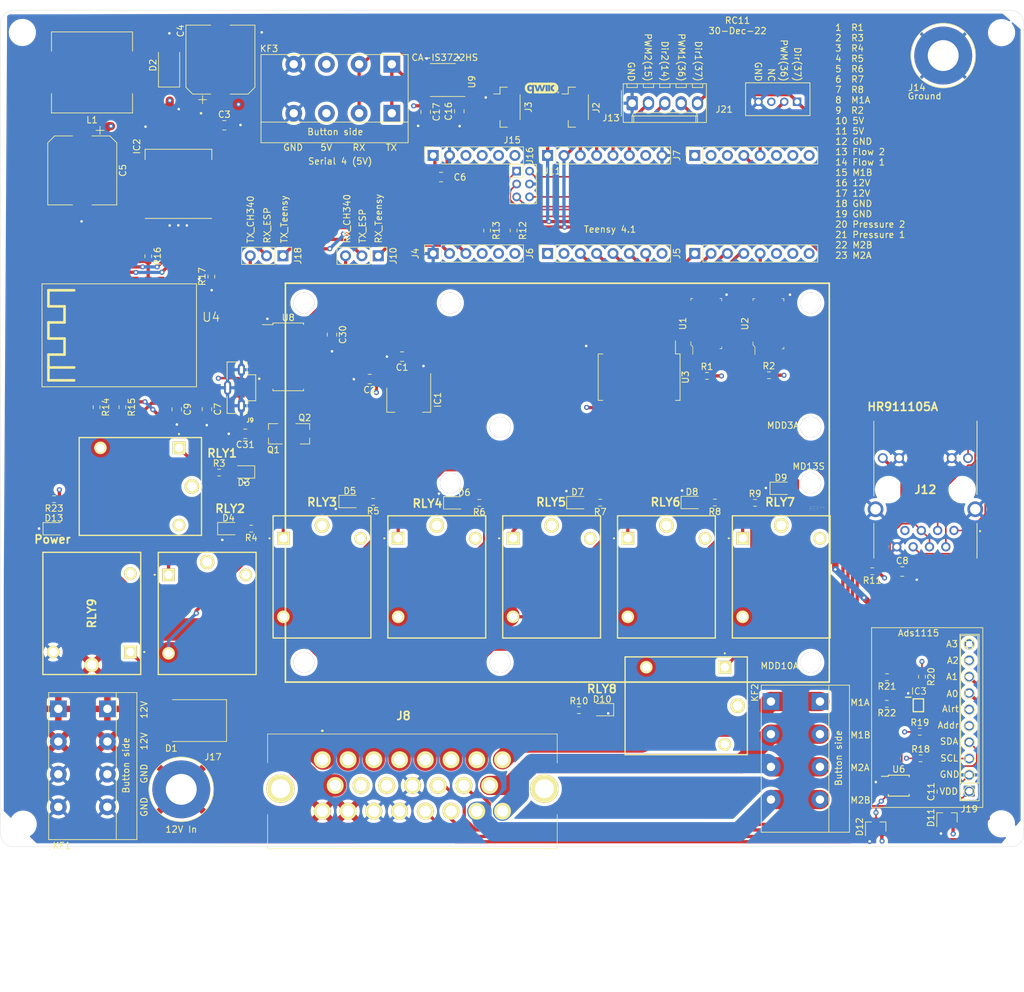
<source format=kicad_pcb>
(kicad_pcb (version 20211014) (generator pcbnew)
  (layers (0 "F.Cu" signal) (1 "In1.Cu" signal) (2 "In2.Cu" signal) (31 "B.Cu" signal) (34 "B.Paste" user) (35 "F.Paste" user) (36 "B.SilkS" user "B.Silkscreen") (37 "F.SilkS" user "F.Silkscreen") (38 "B.Mask" user) (39 "F.Mask" user) (44 "Edge.Cuts" user))
  (net 0 "")
  (net 1 "GND")
  (net 2 "+12V")
  (net 3 "+5V")
  (net 4 "Net-(D3-Pad2)")
  (net 5 "Net-(D4-Pad2)")
  (net 6 "Net-(D5-Pad2)")
  (net 7 "Net-(D6-Pad2)")
  (net 8 "Net-(D7-Pad2)")
  (net 9 "Net-(D8-Pad2)")
  (net 10 "Net-(D9-Pad2)")
  (net 11 "+3V3")
  (net 12 "Net-(D2-Pad1)")
  (net 13 "Net-(D10-Pad2)")
  (net 14 "R1")
  (net 15 "R2")
  (net 16 "R8")
  (net 17 "R7")
  (net 18 "R6")
  (net 19 "R5")
  (net 20 "R4")
  (net 21 "R3")
  (net 22 "Net-(RLY1-Pad1)")
  (net 23 "Net-(RLY2-Pad1)")
  (net 24 "Net-(RLY3-Pad1)")
  (net 25 "Net-(RLY4-Pad1)")
  (net 26 "Net-(RLY5-Pad1)")
  (net 27 "Net-(RLY6-Pad1)")
  (net 28 "Net-(RLY7-Pad1)")
  (net 29 "Net-(RLY8-Pad1)")
  (net 30 "Net-(IC1-Pad4)")
  (net 31 "RLY1")
  (net 32 "RLY2")
  (net 33 "RLY3")
  (net 34 "RLY4")
  (net 35 "RLY5")
  (net 36 "RLY6")
  (net 37 "RLY7")
  (net 38 "RLY8")
  (net 39 "Net-(J7-Pad8)")
  (net 40 "Net-(J7-Pad7)")
  (net 41 "Net-(J7-Pad2)")
  (net 42 "Net-(J7-Pad1)")
  (net 43 "Net-(J8-PadMH2)")
  (net 44 "Net-(J8-PadMH1)")
  (net 45 "Net-(J8-Pad23)")
  (net 46 "Net-(J8-Pad15)")
  (net 47 "Net-(J8-Pad8)")
  (net 48 "Net-(J9-Pad4)")
  (net 49 "Net-(J9-Pad3)")
  (net 50 "Net-(J11-Pad6)")
  (net 51 "Net-(J11-Pad5)")
  (net 52 "Net-(J11-Pad2)")
  (net 53 "Net-(J11-Pad1)")
  (net 54 "Net-(J12-Pad12)")
  (net 55 "Net-(J12-Pad7)")
  (net 56 "Net-(R1-Pad1)")
  (net 57 "Net-(R2-Pad1)")
  (net 58 "Net-(J11-Pad3)")
  (net 59 "Net-(C8-Pad1)")
  (net 60 "Net-(J5-Pad6)")
  (net 61 "Net-(J6-Pad8)")
  (net 62 "Net-(J15-Pad6)")
  (net 63 "Net-(J15-Pad3)")
  (net 64 "Net-(J16-Pad7)")
  (net 65 "Net-(J5-Pad8)")
  (net 66 "Net-(J5-Pad7)")
  (net 67 "Net-(J21-Pad3)")
  (net 68 "FlowPin2")
  (net 69 "FlowPin1")
  (net 70 "Sensor1")
  (net 71 "Sensor2")
  (net 72 "12V_In")
  (net 73 "Net-(J8-Pad22)")
  (net 74 "Net-(J7-Pad6)")
  (net 75 "Net-(J7-Pad3)")
  (net 76 "Net-(J4-Pad4)")
  (net 77 "IO36")
  (net 78 "IO37")
  (net 79 "IO14")
  (net 80 "IO15")
  (net 81 "Net-(J6-Pad2)")
  (net 82 "EN")
  (net 83 "Net-(J9-Pad2)")
  (net 84 "Net-(Q1-Pad2)")
  (net 85 "Net-(Q1-Pad1)")
  (net 86 "IO0")
  (net 87 "Net-(R14-Pad1)")
  (net 88 "Net-(R17-Pad2)")
  (net 89 "Net-(U4-Pad17)")
  (net 90 "Net-(U4-Pad2)")
  (net 91 "Net-(U4-Pad4)")
  (net 92 "Net-(U4-Pad5)")
  (net 93 "Net-(U4-Pad6)")
  (net 94 "Net-(U4-Pad7)")
  (net 95 "Net-(U4-Pad9)")
  (net 96 "Net-(U4-Pad10)")
  (net 97 "Net-(U4-Pad11)")
  (net 98 "Net-(U4-Pad14)")
  (net 99 "Net-(U4-Pad13)")
  (net 100 "Net-(U4-Pad12)")
  (net 101 "Net-(U8-Pad15)")
  (net 102 "Net-(U8-Pad12)")
  (net 103 "Net-(U8-Pad11)")
  (net 104 "Net-(U8-Pad10)")
  (net 105 "Net-(U8-Pad9)")
  (net 106 "Net-(U8-Pad8)")
  (net 107 "Net-(U8-Pad7)")
  (net 108 "TX_Teensy")
  (net 109 "RX_Teensy")
  (net 110 "RX_CH340")
  (net 111 "TX_ESP")
  (net 112 "TX_CH340")
  (net 113 "RX_ESP")
  (net 114 "AIN0")
  (net 115 "Net-(IC3-Pad5)")
  (net 116 "Net-(IC3-Pad6)")
  (net 117 "Net-(IC3-Pad7)")
  (net 118 "Net-(J19-Pad10)")
  (net 119 "Net-(J19-Pad9)")
  (net 120 "Net-(J19-Pad6)")
  (net 121 "AIN1")
  (net 122 "Net-(J4-Pad6)")
  (net 123 "Net-(J4-Pad5)")
  (net 124 "Net-(J6-Pad1)")
  (net 125 "Net-(KF3-Pad2)")
  (net 126 "Net-(KF3-Pad1)")
  (net 127 "Net-(U6-Pad7)")
  (net 128 "Net-(U6-Pad6)")
  (net 129 "Net-(U6-Pad2)")
  (net 130 "Net-(D1-Pad1)")
  (net 131 "SDA_Teensy")
  (net 132 "SCL_Teensy")
  (net 133 "RX4")
  (net 134 "TX4")
  (net 135 "Net-(U4-Pad20)")
  (net 136 "Net-(U4-Pad19)")
  (net 137 "Net-(J15-Pad5)")
  (net 138 "Net-(J15-Pad4)")
  (net 139 "Net-(D13-Pad2)")
  (footprint "MyFootprints:7760871" (layer "F.Cu") (at 70 146.5)
    (fp_text reference "J8")
    (fp_text value "776087-1" hide)
  )
  (footprint "MyFootprints:Qwic_vertical" (layer "F.Cu") (at 109.3216 45.0596 -90)
    (fp_text reference "J2")
    (fp_text value "I2C-3V3")
  )
  (footprint "MyFootprints:Qwic_vertical" (layer "F.Cu") (at 98.7196 45.0596 -90)
    (fp_text reference "J3")
    (fp_text value "I2C-3V3")
  )
  (footprint "Capacitor_SMD:C_0805_2012Metric" (layer "F.Cu") (at 82.3976 83.8302 180)
    (fp_text reference "C1")
    (fp_text value "22uF")
  )
  (footprint "Capacitor_SMD:C_0805_2012Metric" (layer "F.Cu") (at 77.3582 87.3252 180)
    (fp_text reference "C2")
    (fp_text value "10uF")
  )
  (footprint "Capacitor_SMD:C_0805_2012Metric" (layer "F.Cu") (at 54.7726 47.879)
    (fp_text reference "C3")
    (fp_text value "1uF")
  )
  (footprint "Capacitor_SMD:CP_Elec_10x10.5" (layer "F.Cu") (at 54.163 37.6682 90)
    (fp_text reference "C4")
    (fp_text value "470uF")
  )
  (footprint "Capacitor_SMD:CP_Elec_10x10.5" (layer "F.Cu") (at 32.7 54.8894 -90)
    (fp_text reference "C5")
    (fp_text value "330uF")
  )
  (footprint "MyFootprints:SMA(DO-214AC)" (layer "F.Cu") (at 46.1874 38.5318 90)
    (fp_text reference "D2")
    (fp_text value "SS36")
  )
  (footprint "Package_TO_SOT_SMD:SOT-223" (layer "F.Cu") (at 83.4286 90.5648 -90)
    (fp_text reference "IC1")
    (fp_text value "AZ1117")
  )
  (footprint "MyFootprints:TO263-5L" (layer "F.Cu") (at 47.6479 54.30475 -90)
    (fp_text reference "IC2")
    (fp_text value "XL2596")
  )
  (footprint "MyFootprints:HR911105A" (layer "F.Cu") (at 168.148 110.8608)
    (fp_text reference "J12")
    (fp_text value "HR911105A")
  )
  (footprint "MyFootprints:TMPA1265SP-101MN-D" (layer "F.Cu") (at 34.2138 39.6494 180)
    (fp_text reference "L1")
    (fp_text value "SMDRI127-330MT")
  )
  (footprint "Package_SO:SOP-18_7x12.5mm_P1.27mm" (layer "F.Cu") (at 119.2276 87.0306 -90)
    (fp_text reference "U3")
    (fp_text value "ULN2803A")
  )
  (footprint "MyFootprints:HF3FF0121HST257" (layer "F.Cu") (at 132.5372 132.1156 180)
    (fp_text reference "RLY8")
    (fp_text value "HF3FF_012-1HST_257_" hide)
  )
  (footprint "MyFootprints:HF3FF0121HST257" (layer "F.Cu") (at 46.109466 117.7534 -90)
    (fp_text reference "RLY2")
    (fp_text value "HF3FF_012-1HST_257_" hide)
  )
  (footprint "MyFootprints:HF3FF0121HST257" (layer "F.Cu") (at 63.948732 112.0806 -90)
    (fp_text reference "RLY3")
    (fp_text value "HF3FF_012-1HST_257_" hide)
  )
  (footprint "MyFootprints:HF3FF0121HST257" (layer "F.Cu") (at 81.787998 112.0806 -90)
    (fp_text reference "RLY4")
    (fp_text value "HF3FF_012-1HST_257_" hide)
  )
  (footprint "MyFootprints:HF3FF0121HST257" (layer "F.Cu") (at 99.627264 112.0806 -90)
    (fp_text reference "RLY5")
    (fp_text value "HF3FF_012-1HST_257_" hide)
  )
  (footprint "MyFootprints:HF3FF0121HST257" (layer "F.Cu") (at 117.46653 112.0806 -90)
    (fp_text reference "RLY6")
    (fp_text value "HF3FF_012-1HST_257_" hide)
  )
  (footprint "MyFootprints:HF3FF0121HST257" (layer "F.Cu") (at 135.3058 112.0806 -90)
    (fp_text reference "RLY7")
    (fp_text value "HF3FF_012-1HST_257_" hide)
  )
  (footprint "Capacitor_SMD:C_0805_2012Metric" (layer "F.Cu") (at 160.1064 117.2464)
    (fp_text reference "C8")
    (fp_text value "0.1uF")
  )
  (footprint "Connector_PinSocket_2.54mm:PinSocket_1x08_P2.54mm_Vertical" (layer "F.Cu") (at 127.8636 67.8028 90)
    (fp_text reference "J5")
    (fp_text value "Conn_01x08_Female")
  )
  (footprint "Connector_PinSocket_2.54mm:PinSocket_1x08_P2.54mm_Vertical" (layer "F.Cu") (at 127.8636 52.5628 90)
    (fp_text reference "J7")
    (fp_text value "Conn_01x08_Female")
  )
  (footprint "Connector_PinHeader_2.00mm:PinHeader_2x03_P2.00mm_Vertical" (layer "F.Cu") (at 100.1936 55.0012)
    (fp_text reference "J11")
    (fp_text value "Teensy_Ethernet")
  )
  (footprint "MyFootprints:KF142V-5.08-4P" (layer "F.Cu") (at 138.2014 157.7696 90)
    (fp_text reference "KF2")
    (fp_text value "KF142V-5.0-4P")
  )
  (footprint "Capacitor_SMD:C_0805_2012Metric" (layer "F.Cu") (at 88.4428 55.9156)
    (fp_text reference "C6")
    (fp_text value "0.1uF")
  )
  (footprint "MountingHole:MountingHole_3.2mm_M3" (layer "F.Cu") (at 175.514 156.4666)
    (fp_text reference " ")
    (fp_text value " ")
  )
  (footprint "MountingHole:MountingHole_3.2mm_M3" (layer "F.Cu") (at 23.5204 156.5174)
    (fp_text reference " ")
    (fp_text value " ")
  )
  (footprint "MountingHole:MountingHole_3.2mm_M3" (layer "F.Cu") (at 23.3934 33.4442)
    (fp_text reference " ")
    (fp_text value " ")
  )
  (footprint "MountingHole:MountingHole_3.2mm_M3" (layer "F.Cu") (at 175.5394 33.4696)
    (fp_text reference " ")
    (fp_text value " ")
  )
  (footprint "MyFootprints:QwiicLogo" (layer "F.Cu") (at 104.0892 42.037)
    (fp_text reference "G***" hide)
    (fp_text value "LOGO" hide)
  )
  (footprint "Resistor_SMD:R_0603_1608Metric" (layer "F.Cu") (at 155.4378 117.1956 180)
    (fp_text reference "R11")
    (fp_text value "150")
  )
  (footprint "Resistor_SMD:R_0603_1608Metric" (layer "F.Cu") (at 129.761 86.8274)
    (fp_text reference "R1")
    (fp_text value "200")
  )
  (footprint "Resistor_SMD:R_0603_1608Metric" (layer "F.Cu") (at 139.3876 86.7258)
    (fp_text reference "R2")
    (fp_text value "200")
  )
  (footprint "digikey-footprints:SMD-4_4.6x7.62mm_P2.54mm" (layer "F.Cu") (at 129.6594 78.6994 90)
    (fp_text reference "U1")
    (fp_text value "PC817")
  )
  (footprint "digikey-footprints:SMD-4_4.6x7.62mm_P2.54mm" (layer "F.Cu") (at 139.3114 78.7248 90)
    (fp_text reference "U2")
    (fp_text value "PC817")
  )
  (footprint "Connector_PinSocket_2.54mm:PinSocket_1x06_P2.54mm_Vertical" (layer "F.Cu") (at 87.2236 67.8028 90)
    (fp_text reference "J4")
    (fp_text value "Conn_01x06_Female")
  )
  (footprint "Connector_PinSocket_2.54mm:PinSocket_1x08_P2.54mm_Vertical" (layer "F.Cu") (at 105.0036 67.8028 90)
    (fp_text reference "J6")
    (fp_text value "Conn_01x08_Female")
  )
  (footprint "Connector_PinSocket_2.54mm:PinSocket_1x06_P2.54mm_Vertical" (layer "F.Cu") (at 87.2236 52.5628 90)
    (fp_text reference "J15")
    (fp_text value "Conn_01x06_Female")
  )
  (footprint "Connector_PinSocket_2.54mm:PinSocket_1x08_P2.54mm_Vertical" (layer "F.Cu") (at 105.0036 52.5628 90)
    (fp_text reference "J16")
    (fp_text value "Conn_01x08_Female")
  )
  (footprint "MyFootprints:Grove" (layer "F.Cu") (at 140.7668 44.2198 180)
    (fp_text reference "J21")
    (fp_text value "Motor1 GRV")
  )
  (footprint "MyFootprints:D_SMC_larger_pads" (layer "F.Cu") (at 50.3174 140.4112 180)
    (fp_text reference "D1")
    (fp_text value "S10MC")
  )
  (footprint "MyFootprints:PowerPin" (layer "F.Cu") (at 166.4716 37.0332)
    (fp_text reference "J14")
    (fp_text value "Ground")
  )
  (footprint "MyFootprints:PowerPin" (layer "F.Cu") (at 48.0822 151.1046)
    (fp_text reference "J17")
    (fp_text value "12V In")
  )
  (footprint "MyFootprints:KF142V-5.08-4P" (layer "F.Cu") (at 27.4828 158.9126 90)
    (fp_text reference "KF1")
    (fp_text value "KF142V-5.0-4P")
  )
  (footprint "MyFootprints:MDD10A_Outline" (layer "F.Cu") (at 148.7678 72.4256 180)
    (fp_text reference "REF**")
    (fp_text value "MDD10A")
  )
  (footprint "LED_SMD:LED_0805_2012Metric" (layer "F.Cu") (at 57.8104 101.7626 180)
    (fp_text reference "D3")
    (fp_text value "LED")
  )
  (footprint "LED_SMD:LED_0805_2012Metric" (layer "F.Cu") (at 55.4228 110.5764)
    (fp_text reference "D4")
    (fp_text value "LED")
  )
  (footprint "LED_SMD:LED_0805_2012Metric" (layer "F.Cu") (at 74.2696 106.36)
    (fp_text reference "D5")
    (fp_text value "LED")
  )
  (footprint "LED_SMD:LED_0805_2012Metric" (layer "F.Cu") (at 90.5256 106.5632)
    (fp_text reference "D6")
    (fp_text value "LED")
  )
  (footprint "LED_SMD:LED_0805_2012Metric" (layer "F.Cu") (at 109.6518 106.5378)
    (fp_text reference "D7")
    (fp_text value "LED")
  )
  (footprint "LED_SMD:LED_0805_2012Metric" (layer "F.Cu") (at 127.4318 106.5124)
    (fp_text reference "D8")
    (fp_text value "LED")
  )
  (footprint "LED_SMD:LED_0805_2012Metric" (layer "F.Cu") (at 141.2494 104.3026)
    (fp_text reference "D9")
    (fp_text value "LED")
  )
  (footprint "LED_SMD:LED_0805_2012Metric" (layer "F.Cu") (at 113.5888 138.7196 180)
    (fp_text reference "D10")
    (fp_text value "LED")
  )
  (footprint "Resistor_SMD:R_0603_1608Metric" (layer "F.Cu") (at 53.975 101.8642)
    (fp_text reference "R3")
    (fp_text value "500")
  )
  (footprint "Resistor_SMD:R_0603_1608Metric" (layer "F.Cu") (at 58.9534 110.5764 180)
    (fp_text reference "R4")
    (fp_text value "500")
  )
  (footprint "Resistor_SMD:R_0603_1608Metric" (layer "F.Cu") (at 77.9018 106.4108 180)
    (fp_text reference "R5")
    (fp_text value "500")
  )
  (footprint "Resistor_SMD:R_0603_1608Metric" (layer "F.Cu") (at 94.3864 106.5632 180)
    (fp_text reference "R6")
    (fp_text value "500")
  )
  (footprint "Resistor_SMD:R_0603_1608Metric" (layer "F.Cu") (at 113.1824 106.5378 180)
    (fp_text reference "R7")
    (fp_text value "500")
  )
  (footprint "Resistor_SMD:R_0603_1608Metric" (layer "F.Cu") (at 130.9878 106.5124 180)
    (fp_text reference "R8")
    (fp_text value "500")
  )
  (footprint "Resistor_SMD:R_0603_1608Metric" (layer "F.Cu") (at 137.2362 106.5688)
    (fp_text reference "R9")
    (fp_text value "500")
  )
  (footprint "Resistor_SMD:R_0603_1608Metric" (layer "F.Cu") (at 109.8672 138.7958)
    (fp_text reference "R10")
    (fp_text value "500")
  )
  (footprint "MyFootprints:HF3FF0121HST257" (layer "F.Cu") (at 47.7266 98.0186 180)
    (fp_text reference "RLY1")
    (fp_text value "HF3FF_012-1HST_257_" hide)
  )
  (footprint "Capacitor_SMD:C_0805_2012Metric" (layer "F.Cu") (at 52.07 91.9988 -90)
    (fp_text reference "C7")
    (fp_text value "10uF")
  )
  (footprint "Capacitor_SMD:C_0805_2012Metric" (layer "F.Cu") (at 47.371 92.0242 -90)
    (fp_text reference "C9")
    (fp_text value "0.1uF")
  )
  (footprint "Capacitor_SMD:C_0805_2012Metric" (layer "F.Cu") (at 71.501 80.4164 -90)
    (fp_text reference "C30")
    (fp_text value "0.1uF")
  )
  (footprint "Capacitor_SMD:C_0805_2012Metric" (layer "F.Cu") (at 58.0288 95.8342 180)
    (fp_text reference "C31")
    (fp_text value "1uF")
  )
  (footprint "105133-0011:MOLEX_105133-0011" (layer "F.Cu") (at 57.4294 88.6714 -90)
    (fp_text reference "J9")
    (fp_text value "105133-0011")
  )
  (footprint "Package_TO_SOT_SMD:SOT-23" (layer "F.Cu") (at 62.3976 95.8342 180)
    (fp_text reference "Q1")
    (fp_text value "BSS138")
  )
  (footprint "Package_TO_SOT_SMD:SOT-23" (layer "F.Cu") (at 67.2744 95.8342)
    (fp_text reference "Q2")
    (fp_text value "BSS138")
  )
  (footprint "Resistor_SMD:R_0603_1608Metric" (layer "F.Cu") (at 34.925 91.694 -90)
    (fp_text reference "R14")
    (fp_text value "10K")
  )
  (footprint "Resistor_SMD:R_0603_1608Metric" (layer "F.Cu") (at 38.9382 91.694 -90)
    (fp_text reference "R15")
    (fp_text value "10K")
  )
  (footprint "Resistor_SMD:R_0603_1608Metric" (layer "F.Cu") (at 42.9514 68.2244 -90)
    (fp_text reference "R16")
    (fp_text value "10K")
  )
  (footprint "Resistor_SMD:R_0603_1608Metric" (layer "F.Cu") (at 52.7558 71.3872 90)
    (fp_text reference "R17")
    (fp_text value "10K")
  )
  (footprint "ESP-12F:ESP-12F" (layer "F.Cu") (at 39.0144 80.899 90)
    (fp_text reference "U4")
    (fp_text value "ESP-12F")
  )
  (footprint "Package_SO:SOP-16_4.55x10.3mm_P1.27mm" (layer "F.Cu") (at 64.709 83.8708)
    (fp_text reference "U8")
    (fp_text value "CH340C")
  )
  (footprint "Resistor_SMD:R_0603_1608Metric" (layer "F.Cu") (at 99.7204 64.2366 -90)
    (fp_text reference "R12")
    (fp_text value "2.2K")
  )
  (footprint "Resistor_SMD:R_0603_1608Metric" (layer "F.Cu") (at 95.6056 64.2366 -90)
    (fp_text reference "R13")
    (fp_text value "2.2K")
  )
  (footprint "Connector_PinHeader_2.54mm:PinHeader_1x03_P2.54mm_Vertical" (layer "F.Cu") (at 78.6892 68.1584 -90)
    (fp_text reference "J10")
    (fp_text value "Conn_01x03_Male")
  )
  (footprint "Connector_PinHeader_2.54mm:PinHeader_1x03_P2.54mm_Vertical" (layer "F.Cu") (at 63.881 68.1584 -90)
    (fp_text reference "J18")
    (fp_text value "Conn_01x03_Male")
  )
  (footprint "Package_TO_SOT_SMD:SOT-23" (layer "F.Cu") (at 167.0558 155.509 90)
    (fp_text reference "D11")
    (fp_text value "BAV99")
  )
  (footprint "MyFootprints:PCA9306DCUR" (layer "F.Cu") (at 162.6108 138.0338)
    (fp_text reference "IC3")
    (fp_text value "PCA9306DCUR" hide)
  )
  (footprint "Connector_PinSocket_2.54mm:PinSocket_1x10_P2.54mm_Vertical" (layer "F.Cu") (at 170.5102 151.3942 180)
    (fp_text reference "J19")
    (fp_text value "ADS1115 - 1001001")
  )
  (footprint "Resistor_SMD:R_0603_1608Metric" (layer "F.Cu") (at 162.9664 146.2888)
    (fp_text reference "R18")
    (fp_text value "341")
  )
  (footprint "Resistor_SMD:R_0603_1608Metric" (layer "F.Cu") (at 162.8394 142.1486)
    (fp_text reference "R19")
    (fp_text value "341")
  )
  (footprint "Resistor_SMD:R_0603_1608Metric" (layer "F.Cu") (at 163.1696 133.5888 -90)
    (fp_text reference "R20")
    (fp_text value "200K")
  )
  (footprint "Resistor_SMD:R_0603_1608Metric" (layer "F.Cu") (at 157.734 133.665 180)
    (fp_text reference "R21")
    (fp_text value "217")
  )
  (footprint "Resistor_SMD:R_0603_1608Metric" (layer "F.Cu") (at 157.7086 137.8052 180)
    (fp_text reference "R22")
    (fp_text value "217")
  )
  (footprint "MyFootprints:ads1115_no_pins" (layer "F.Cu") (at 172.1104 153.0452 90)
    (fp_text reference "REF**")
    (fp_text value "Ads1115")
  )
  (footprint "Connector_Molex:Molex_KK-254_AE-6410-05A_1x05_P2.54mm_Vertical" (layer "F.Cu") (at 118.1354 44.4398)
    (fp_text reference "J13")
    (fp_text value "Conn_01x05")
  )
  (footprint "Package_TO_SOT_SMD:SOT-23" (layer "F.Cu") (at 155.9814 156.9314 90)
    (fp_text reference "D12")
    (fp_text value "BAV99")
  )
  (footprint "Capacitor_SMD:C_0805_2012Metric" (layer "F.Cu") (at 166.2684 151.4704 90)
    (fp_text reference "C11")
    (fp_text value "0.1uF")
  )
  (footprint "Package_SO:TSSOP-10_3x3mm_P0.5mm" (layer "F.Cu") (at 159.5628 150.5306)
    (fp_text reference "U6")
    (fp_text value "ADS1115IDGS - 1001000")
  )
  (footprint "MyFootprints:HF3FF0121HST257" (layer "F.Cu") (at 40.1828 129.7534 90)
    (fp_text reference "RLY9")
    (fp_text value "HF3FF_012-1HST_257_" hide)
  )
  (footprint "Capacitor_SMD:C_0805_2012Metric" (layer "F.Cu") (at 91.2876 45.6946 90)
    (fp_text reference "C16")
    (fp_text value "0.1uF")
  )
  (footprint "Capacitor_SMD:C_0805_2012Metric" (layer "F.Cu") (at 86.0552 45.7962 -90)
    (fp_text reference "C17")
    (fp_text value "0.1uF")
  )
  (footprint "Package_SO:SOIC-8_3.9x4.9mm_P1.27mm" (layer "F.Cu") (at 88.7222 40.8432 180)
    (fp_text reference "U9")
    (fp_text value "CA-IS3722HS")
  )
  (footprint "MyFootprints:KF142V-5.08-4P" (layer "F.Cu") (at 60.4774 36.8808)
    (fp_text reference "KF3")
    (fp_text value "Serial 4 (5V)")
  )
  (footprint "LED_SMD:LED_0805_2012Metric" (layer "F.Cu") (at 28.2979 110.5916)
    (fp_text reference "D13")
    (fp_text value "LED")
  )
  (footprint "Resistor_SMD:R_0603_1608Metric" (layer "F.Cu") (at 28.321 105.9942 180)
    (fp_text reference "R23")
    (fp_text value "500")
  )
  (gr_line (start 20 32) (end 20 158) (layer "Edge.Cuts") (width 0.05))
  (gr_line (start 22 160) (end 177 160) (layer "Edge.Cuts") (width 0.05))
  (gr_line (start 179 32) (end 179 158) (layer "Edge.Cuts") (width 0.05))
  (gr_arc (start 179 158) (mid 178.414214 159.414214) (end 177 160) (layer "Edge.Cuts") (width 0.05))
  (gr_arc (start 22 160) (mid 20.585786 159.414214) (end 20 158) (layer "Edge.Cuts") (width 0.05))
  (gr_arc (start 20 32) (mid 20.585786 30.585786) (end 22 30) (layer "Edge.Cuts") (width 0.05))
  (gr_line (start 22 30) (end 177 30) (layer "Edge.Cuts") (width 0.05))
  (gr_arc (start 177 30) (mid 178.414214 30.585786) (end 179 32) (layer "Edge.Cuts") (width 0.05))
  (gr_text "GND" (at 42.3164 153.8326 90) (layer "F.SilkS") (effects (font (size 1 1))))
  (gr_text "GND" (at 42.3164 148.660543 90) (layer "F.SilkS") (effects (font (size 1 1))))
  (gr_text "12V" (at 42.3164 143.631343 90) (layer "F.SilkS") (effects (font (size 1 1))))
  (gr_text "Dir(37)\n" (at 143.8402 38.38819 270) (layer "F.SilkS") (effects (font (size 1 1))))
  (gr_text "PWM(36)" (at 141.7066 37.792952 270) (layer "F.SilkS") (effects (font (size 1 1))))
  (gr_text "RX" (at 75.692 51.3334) (layer "F.SilkS") (effects (font (size 1 1))))
  (gr_text "Dir1(37)" (at 128.4224 37.912 270) (layer "F.SilkS") (effects (font (size 1 1))))
  (gr_text "PWM2(15)" (at 120.59285 37.316762 270) (layer "F.SilkS") (effects (font (size 1 1))))
  (gr_text "TX_Teensy" (at 64.0842 62.487839 90) (layer "F.SilkS") (effects (font (size 1 1))))
  (gr_text "RX_CH340" (at 73.8378 62.3926 90) (layer "F.SilkS") (effects (font (size 1 1))))
  (gr_text "TX_CH340" (at 58.8518 62.511648 90) (layer "F.SilkS") (effects (font (size 1 1))))
  (gr_text "Power" (at 28.067 112.2426) (layer "F.SilkS") (effects (font (size 1.27 1.27) (thickness 0.254))))
  (gr_text "5V" (at 70.612 51.3334) (layer "F.SilkS") (effects (font (size 1 1))))
  (gr_text "RX_ESP" (at 61.4426 63.41641 90) (layer "F.SilkS") (effects (font (size 1 1))))
  (gr_text "M2B" (at 153.614429 152.7912) (layer "F.SilkS") (effects (font (size 1 1))))
  (gr_text "RX_Teensy" (at 78.74 62.368791 90) (layer "F.SilkS") (effects (font (size 1 1))))
  (gr_text "12V" (at 42.3164 138.745 90) (layer "F.SilkS") (effects (font (size 1 1))))
  (gr_text "Dir2(14)" (at 123.2027 37.912 270) (layer "F.SilkS") (effects (font (size 1 1))))
  (gr_text "GND" (at 117.983 39.531047 270) (layer "F.SilkS") (effects (font (size 1 1))))
  (gr_text "TX" (at 80.7212 51.3334) (layer "F.SilkS") (effects (font (size 1 1))))
  (gr_text "GND" (at 137.7188 39.531047 270) (layer "F.SilkS") (effects (font (size 1 1))))
  (gr_text "M2A" (at 153.543 147.728132) (layer "F.SilkS") (effects (font (size 1 1))))
  (gr_text "TX_ESP" (at 76.2508 63.535458 90) (layer "F.SilkS") (effects (font (size 1 1))))
  (gr_text "M1B" (at 153.614429 142.665066) (layer "F.SilkS") (effects (font (size 1 1))))
  (gr_text "GND" (at 65.4558 51.3334) (layer "F.SilkS") (effects (font (size 1 1))))
  (gr_text "RC11\n30-Dec-22" (at 134.5184 32.385) (layer "F.SilkS") (effects (font (size 1 1))))
  (gr_text "M1A" (at 153.543 137.602) (layer "F.SilkS") (effects (font (size 1 1))))
  (gr_text "NC" (at 139.759268 40.031047 270) (layer "F.SilkS") (effects (font (size 1 1))))
  (gr_text "PWM1(36)" (at 125.81255 37.316762 270) (layer "F.SilkS") (effects (font (size 1 1))))
  (gr_text "1  R1\n2  R3\n3  R4\n4  R5\n5  R6\n6  R7\n7  R8\n8  M1A\n9  R2\n10 5V\n11 5V\n12 GND\n13 Flow 2\n14 Flow 1\n15 M1B\n16 12V\n17 12V\n18 GND\n19 GND\n20 Pressure 2\n21 Pressure 1\n22 M2B\n23 M2A" (at 149.606 50.3936) (layer "F.SilkS") (effects (font (size 1 1)) (justify left)))
  (gr_text "Teensy 4.1" (at 114.7064 64.0436) (layer "F.SilkS") (effects (font (size 1 1))))
  (segment (start 162.326402 118.516402) (end 162.3568 118.516402) (width 0.254) (layer "F.Cu") (net 1))
  (segment (start 142.6642 74.2036) (end 140.484 74.2036) (width 1.016) (layer "F.Cu") (net 1))
  (segment (start 76.4082 87.3252) (end 74.9198 87.3252) (width 0.508) (layer "F.Cu") (net 1))
  (segment (start 126.4943 106.5124) (end 126.4943 105.2701) (width 0.508) (layer "F.Cu") (net 1))
  (segment (start 155.0314 157.9314) (end 155.0314 159.1818) (width 0.508) (layer "F.Cu") (net 1))
  (segment (start 46.1874 36.5318) (end 46.1874 33.6296) (width 1.27) (layer "F.Cu") (net 1))
  (segment (start 166.2684 150.5204) (end 168.844 150.5204) (width 0.254) (layer "F.Cu") (net 1))
  (segment (start 114.5263 139.19863) (end 114.424065 139.300865) (width 0.508) (layer "F.Cu") (net 1))
  (segment (start 47.371 94.361) (end 47.3964 94.3864) (width 0.508) (layer "F.Cu") (net 1))
  (segment (start 168.844 150.5204) (end 170.5102 148.8542) (width 0.254) (layer "F.Cu") (net 1))
  (segment (start 71.501 83.0072) (end 71.501 81.3664) (width 1.016) (layer "F.Cu") (net 1))
  (segment (start 157.4128 149.5306) (end 156.448 149.5306) (width 0.254) (layer "F.Cu") (net 1))
  (segment (start 52.07 94.4626) (end 52.0446 94.488) (width 0.508) (layer "F.Cu") (net 1))
  (segment (start 166.1058 157.9626) (end 166.116 157.9728) (width 0.508) (layer "F.Cu") (net 1))
  (segment (start 47.6479 57.80475) (end 47.6479 62.8675) (width 3.5) (layer "F.Cu") (net 1))
  (segment (start 57.1794 89.9714) (end 57.1794 91.2214) (width 0.381) (layer "F.Cu") (net 1))
  (segment (start 57.1794 91.2214) (end 57.4294 91.4714) (width 0.381) (layer "F.Cu") (net 1))
  (segment (start 86.2472 37.53) (end 86.2076 37.4904) (width 0.508) (layer "F.Cu") (net 1))
  (segment (start 47.371 92.9742) (end 47.371 94.361) (width 0.508) (layer "F.Cu") (net 1))
  (segment (start 86.2472 38.9382) (end 86.2472 37.53) (width 0.508) (layer "F.Cu") (net 1))
  (segment (start 156.5656 150.5306) (end 156.0068 149.9718) (width 0.254) (layer "F.Cu") (net 1))
  (segment (start 114.5263 138.7196) (end 114.5263 139.19863) (width 0.508) (layer "F.Cu") (net 1))
  (segment (start 57.2872 47.8282) (end 56.05461 47.8282) (width 2.032) (layer "F.Cu") (net 1))
  (segment (start 161.0358 137.2838) (end 161.0358 136.1794) (width 0.254) (layer "F.Cu") (net 1))
  (segment (start 97.3946 43.5596) (end 107.9966 43.5596) (width 0.508) (layer "F.Cu") (net 1))
  (segment (start 44.2479 48.17475) (end 42.62235 48.17475) (width 1.27) (layer "F.Cu") (net 1))
  (segment (start 52.07 92.9488) (end 52.07 94.4626) (width 0.508) (layer "F.Cu") (net 1))
  (segment (start 114.0712 82.1792) (end 114.1476 82.2556) (width 0.508) (layer "F.Cu") (net 1))
  (segment (start 46.1874 33.6296) (end 46.2382 33.5788) (width 1.27) (layer "F.Cu") (net 1))
  (segment (start 57.0788 95.8342) (end 55.4634 95.8342) (width 0.508) (layer "F.Cu") (net 1))
  (segment (start 91.1972 38.9382) (end 91.1972 37.3522) (width 0.508) (layer "F.Cu") (net 1))
  (segment (start 58.7479 101.7626) (end 58.7479 102.6437) (width 0.508) (layer "F.Cu") (net 1))
  (segment (start 60.5372 33.4682) (end 60.579 33.4264) (width 2.032) (layer "F.Cu") (net 1))
  (segment (start 32.7 59.0894) (end 32.7 62.7024) (width 2.54) (layer "F.Cu") (net 1))
  (segment (start 110.998 82.1792) (end 114.0712 82.1792) (width 0.508) (layer "F.Cu") (net 1))
  (segment (start 97.3946 43.5596) (end 95.404293 43.5596) (width 0.508) (layer "F.Cu") (net 1))
  (segment (start 108.7143 105.5241) (end 107.9246 104.7344) (width 0.508) (layer "F.Cu") (net 1))
  (segment (start 74.9198 87.3252) (end 74.8944 87.3506) (width 0.508) (layer "F.Cu") (net 1))
  (segment (start 84.8868 47.9146) (end 84.8868 47.9552) (width 0.508) (layer "F.Cu") (net 1))
  (segment (start 132.809 74.2036) (end 130.8066 74.2036) (width 1.016) (layer "F.Cu") (net 1))
  (segment (start 54.4853 112.291098) (end 54.457598 112.3188) (width 0.508) (layer "F.Cu") (net 1))
  (segment (start 54.4853 110.5764) (end 54.4853 112.291098) (width 0.508) (layer "F.Cu") (net 1))
  (segment (start 47.6479 48.17475) (end 47.6479 45.4025) (width 1.27) (layer "F.Cu") (net 1))
  (segment (start 157.4128 150.5306) (end 156.5656 150.5306) (width 0.254) (layer "F.Cu") (net 1))
  (segment (start 155.0314 159.1818) (end 155.0416 159.192) (width 0.508) (layer "F.Cu") (net 1))
  (segment (start 126.4943 105.2701) (end 125.8824 104.6582) (width 0.508) (layer "F.Cu") (net 1))
  (segment (start 156.448 149.5306) (end 156.0068 149.9718) (width 0.254) (layer "F.Cu") (net 1))
  (segment (start 47.6479 45.4025) (end 47.686 45.3644) (width 1.27) (layer "F.Cu") (net 1))
  (segment (start 89.5881 106.5632) (end 89.535 106.5632) (width 0.508) (layer "F.Cu") (net 1))
  (segment (start 27.3604 110.5916) (end 26.0096 110.5916) (width 0.508) (layer "F.Cu") (net 1))
  (segment (start 61.459 79.4258) (end 61.459 77.961602) (width 0.508) (layer "F.Cu") (net 1))
  (segment (start 161.0358 136.1794) (end 161.035798 136.179398) (width 0.254) (layer "F.Cu") (net 1))
  (segment (start 58.7479 102.6437) (end 57.9628 103.4288) (width 0.508) (layer "F.Cu") (net 1))
  (segment (start 89.662 52.6644) (end 89.7636 52.5628) (width 0.508) (layer "F.Cu") (net 1))
  (segment (start 42.62235 48.17475) (end 42.5298 48.0822) (width 1.27) (layer "F.Cu") (net 1))
  (segment (start 91.2876 47.9552) (end 91.3384 48.006) (width 0.508) (layer "F.Cu") (net 1))
  (segment (start 89.3928 52.9336) (end 89.7636 52.5628) (width 0.508) (layer "F.Cu") (net 1))
  (segment (start 86.0552 46.7462) (end 84.8868 47.9146) (width 0.508) (layer "F.Cu") (net 1))
  (segment (start 52.8066 72.263) (end 52.7558 72.2122) (width 0.508) (layer "F.Cu") (net 1))
  (segment (start 26.0096 110.5916) (end 25.9842 110.5662) (width 0.508) (layer "F.Cu") (net 1))
  (segment (start 73.3321 106.36) (end 73.2282 106.36) (width 0.508) (layer "F.Cu") (net 1))
  (segment (start 89.535 106.5632) (end 88.1126 105.1408) (width 0.508) (layer "F.Cu") (net 1))
  (segment (start 91.1972 37.3522) (end 91.2114 37.338) (width 0.508) (layer "F.Cu") (net 1))
  (segment (start 54.163 33.4682) (end 60.5372 33.4682) (width 2.032) (layer "F.Cu") (net 1))
  (segment (start 50.8508 71.755) (end 49.7084 71.755) (width 1.016) (layer "F.Cu") (net 1))
  (segment (start 85.7286 85.307) (end 85.7148 85.2932) (width 1.27) (layer "F.Cu") (net 1))
  (segment (start 52.8066 73.5076) (end 52.8066 72.263) (width 0.508) (layer "F.Cu") (net 1))
  (segment (start 32.7 62.7024) (end 32.5882 62.8142) (width 2.54) (layer "F.Cu") (net 1))
  (segment (start 108.7143 106.5378) (end 108.7143 105.5241) (width 0.508) (layer "F.Cu") (net 1))
  (segment (start 61.459 77.961602) (end 61.468002 77.9526) (width 0.508) (layer "F.Cu") (net 1))
  (segment (start 81.4476 83.8302) (end 80.0354 83.8302) (width 0.508) (layer "F.Cu") (net 1))
  (segment (start 138.9634 104.3026) (end 138.9126 104.2518) (width 0.508) (layer "F.Cu") (net 1))
  (segment (start 91.2876 46.6446) (end 91.2876 47.9552) (width 0.508) (layer "F.Cu") (net 1))
  (segment (start 73.2282 106.36) (end 72.0852 107.503) (width 0.508) (layer "F.Cu") (net 1))
  (segment (start 161.0564 117.2464) (end 162.326402 118.516402) (width 0.254) (layer "F.Cu") (net 1))
  (segment (start 85.7286 87.4148) (end 85.7286 85.307) (width 1.27) (layer "F.Cu") (net 1))
  (segment (start 56.05461 47.8282) (end 56.05461 47.879) (width 2.032) (layer "F.Cu") (net 1))
  (segment (start 49.7084 71.755) (end 48.9444 72.519) (width 1.016) (layer "F.Cu") (net 1))
  (segment (start 89.3928 55.9156) (end 89.3928 52.9336) (width 0.508) (layer "F.Cu") (net 1))
  (segment (start 140.3119 104.3026) (end 138.9634 104.3026) (width 0.508) (layer "F.Cu") (net 1))
  (segment (start 166.1058 156.509) (end 166.1058 157.9626) (width 0.508) (layer "F.Cu") (net 1))
  (segment (start 95.404293 43.5596) (end 95.394522 43.549829) (width 0.508) (layer "F.Cu") (net 1))
  (via (at 46.2382 33.5788) (size 0.8) (drill 0.4) (layers "F.Cu" "B.Cu") (net 1))
  (via (at 47.686 45.3644) (size 0.8) (drill 0.4) (layers "F.Cu" "B.Cu") (net 1))
  (via (at 42.5298 48.0822) (size 0.8) (drill 0.4) (layers "F.Cu" "B.Cu") (net 1))
  (via (at 142.6642 74.2036) (size 0.8) (drill 0.4) (layers "F.Cu" "B.Cu") (net 1))
  (via (at 57.2872 47.8282) (size 0.8) (drill 0.4) (layers "F.Cu" "B.Cu") (net 1))
  (via (at 166.116 157.9728) (size 0.8) (drill 0.4) (layers "F.Cu" "B.Cu") (net 1))
  (via (at 155.0416 159.192) (size 0.8) (drill 0.4) (layers "F.Cu" "B.Cu") (net 1))
  (via (at 125.8824 104.6582) (size 0.8) (drill 0.4) (layers "F.Cu" "B.Cu") (net 1))
  (via (at 107.9246 104.7344) (size 0.8) (drill 0.4) (layers "F.Cu" "B.Cu") (net 1))
  (via (at 88.1126 105.1408) (size 0.8) (drill 0.4) (layers "F.Cu" "B.Cu") (net 1))
  (via (at 72.0852 107.503) (size 0.8) (drill 0.4) (layers "F.Cu" "B.Cu") (net 1))
  (via (at 91.3384 48.006) (size 0.8) (drill 0.4) (layers "F.Cu" "B.Cu") (net 1))
  (via (at 91.2114 37.338) (size 0.8) (drill 0.4) (layers "F.Cu" "B.Cu") (net 1))
  (via (at 86.2076 37.4904) (size 0.8) (drill 0.4) (layers "F.Cu" "B.Cu") (net 1))
  (via (at 47.625 63.4238) (size 0.8) (drill 0.4) (layers "F.Cu" "B.Cu") (net 1))
  (via (at 48.9458 63.4492) (size 0.8) (drill 0.4) (layers "F.Cu" "B.Cu") (net 1))
  (via (at 46.2788 63.4492) (size 0.8) (drill 0.4) (layers "F.Cu" "B.Cu") (net 1))
  (via (at 52.8066 73.5076) (size 0.8) (drill 0.4) (layers "F.Cu" "B.Cu") (net 1))
  (via (at 25.9842 110.5662) (size 0.8) (drill 0.4) (layers "F.Cu" "B.Cu") (net 1))
  (via (at 57.9628 103.4288) (size 0.8) (drill 0.4) (layers "F.Cu" "B.Cu") (net 1))
  (via (at 162.3568 118.516402) (size 0.8) (drill 0.4) (layers "F.Cu" "B.Cu") (net 1))
  (via (at 114.424065 139.300865) (size 0.8) (drill 0.4) (layers "F.Cu" "B.Cu") (net 1))
  (via (at 110.998 82.1792) (size 0.8) (drill 0.4) (layers "F.Cu" "B.Cu") (net 1))
  (via (at 138.9126 104.2518) (size 0.8) (drill 0.4) (layers "F.Cu" "B.Cu") (net 1))
  (via (at 54.457598 112.3188) (size 0.8) (drill 0.4) (layers "F.Cu" "B.Cu") (net 1))
  (via (at 85.7148 85.2932) (size 0.8) (drill 0.4) (layers "F.Cu" "B.Cu") (net 1))
  (via (at 50.8508 71.755) (size 0.8) (drill 0.4) (layers "F.Cu" "B.Cu") (net 1))
  (via (at 132.809 74.2036) (size 0.8) (drill 0.4) (layers "F.Cu" "B.Cu") (net 1))
  (via (at 161.035798 136.179398) (size 0.8) (drill 0.4) (layers "F.Cu" "B.Cu") (net 1))
  (via (at 61.468002 77.9526) (size 0.8) (drill 0.4) (layers "F.Cu" "B.Cu") (net 1))
  (via (at 71.501 83.0072) (size 0.8) (drill 0.4) (layers "F.Cu" "B.Cu") (net 1))
  (via (at 95.394522 43.549829) (size 0.8) (drill 0.4) (layers "F.Cu" "B.Cu") (net 1))
  (via (at 47.3964 94.3864) (size 0.8) (drill 0.4) (layers "F.Cu" "B.Cu") (net 1))
  (via (at 80.0354 83.8302) (size 0.8) (drill 0.4) (layers "F.Cu" "B.Cu") (net 1))
  (via (at 32.5882 62.8142) (size 0.8) (drill 0.4) (layers "F.Cu" "B.Cu") (net 1))
  (via (at 74.8944 87.3506) (size 0.8) (drill 0.4) (layers "F.Cu" "B.Cu") (net 1))
  (via (at 55.4634 95.8342) (size 0.8) (drill 0.4) (layers "F.Cu" "B.Cu") (net 1))
  (via (at 60.579 33.4264) (size 0.8) (drill 0.4) (layers "F.Cu" "B.Cu") (net 1))
  (via (at 84.8868 47.9552) (size 0.8) (drill 0.4) (layers "F.Cu" "B.Cu") (net 1))
  (via (at 52.0446 94.488) (size 0.8) (drill 0.4) (layers "F.Cu" "B.Cu") (net 1))
  (via (at 156.0068 149.9718) (size 0.8) (drill 0.4) (layers "F.Cu" "B.Cu") (net 1))
  (segment (start 53.8226 42.3062) (end 53.8226 47.879) (width 2.032) (layer "F.Cu") (net 2))
  (segment (start 54.163 41.8682) (end 53.8226 42.2086) (width 2.032) (layer "F.Cu") (net 2))
  (segment (start 111.106 91.7614) (end 111.0742 91.7296) (width 0.508) (layer "F.Cu") (net 2))
  (segment (start 56.9226 44.6278) (end 54.163 41.8682) (width 2.032) (layer "F.Cu") (net 2))
  (segment (start 114.0714 91.7614) (end 111.106 91.7614) (width 0.508) (layer "F.Cu") (net 2))
  (segment (start 53.8226 42.2086) (end 53.8226 42.3062) (width 2.032) (layer "F.Cu") (net 2))
  (segment (start 51.34365 47.879) (end 51.19891 48.02374) (width 2.032) (layer "F.Cu") (net 2))
  (segment (start 29.146 105.9942) (end 29.146 104.5332) (width 0.508) (layer "F.Cu") (net 2))
  (segment (start 56.9824 44.6278) (end 56.9226 44.6278) (width 2.032) (layer "F.Cu") (net 2))
  (segment (start 53.8226 47.879) (end 51.34365 47.879) (width 2.032) (layer "F.Cu") (net 2))
  (via (at 111.0742 91.7296) (size 0.8) (drill 0.4) (layers "F.Cu" "B.Cu") (net 2))
  (via (at 56.9824 44.6278) (size 0.8) (drill 0.4) (layers "F.Cu" "B.Cu") (net 2))
  (via (at 29.146 104.5332) (size 0.8) (drill 0.4) (layers "F.Cu" "B.Cu") (net 2))
  (segment (start 46.289 44.682492) (end 46.17789 44.793602) (width 1.27) (layer "F.Cu") (net 3))
  (segment (start 86.0552 44.8462) (end 84.2112 44.8462) (width 0.508) (layer "F.Cu") (net 3))
  (segment (start 29.2638 47.2532) (end 32.7 50.6894) (width 1.27) (layer "F.Cu") (net 3))
  (segment (start 162.1414 146.2888) (end 160.778876 146.2888) (width 0.254) (layer "F.Cu") (net 3))
  (segment (start 46.289 44.0182) (end 46.289 44.682492) (width 1.27) (layer "F.Cu") (net 3))
  (segment (start 78.3996 89.408) (end 78.3996 87.4166) (width 0.508) (layer "F.Cu") (net 3))
  (segment (start 87.4928 55.9156) (end 87.4928 52.832) (width 0.508) (layer "F.Cu") (net 3))
  (segment (start 162.5168 150.5306) (end 164.4066 152.4204) (width 0.254) (layer "F.Cu") (net 3))
  (segment (start 160.778876 146.2888) (end 160.754163 146.264087) (width 0.254) (layer "F.Cu") (net 3))
  (segment (start 86.0552 42.9402) (end 86.2472 42.7482) (width 0.508) (layer "F.Cu") (net 3))
  (segment (start 29.2638 39.6494) (end 29.2638 47.2532) (width 1.27) (layer "F.Cu") (net 3))
  (segment (start 57.1794 87.3714) (end 56.98889 87.18089) (width 0.381) (layer "F.Cu") (net 3))
  (segment (start 36.83 48.006) (end 37.1602 48.006) (width 1.27) (layer "F.Cu") (net 3))
  (segment (start 156.9314 157.9314) (end 156.9314 159.1006) (width 0.508) (layer "F.Cu") (net 3))
  (segment (start 157.3042 118.237) (end 157.353 118.237) (width 0.508) (layer "F.Cu") (net 3))
  (segment (start 32.7 50.6894) (end 34.1466 50.6894) (width 1.27) (layer "F.Cu") (net 3))
  (segment (start 161.989 142.174) (end 162.0144 142.1486) (width 0.254) (layer "F.Cu") (net 3))
  (segment (start 161.7128 150.5306) (end 162.5168 150.5306) (width 0.254) (layer "F.Cu") (net 3))
  (segment (start 46.17789 44.793602) (end 46.17789 47.94476) (width 1.27) (layer "F.Cu") (net 3))
  (segment (start 168.0058 156.509) (end 168.0058 158.0084) (width 0.508) (layer "F.Cu") (net 3))
  (segment (start 156.9314 159.1006) (end 156.972 159.1412) (width 0.508) (layer "F.Cu") (net 3))
  (segment (start 56.98889 87.18089) (end 53.86531 87.18089) (width 0.381) (layer "F.Cu") (net 3))
  (segment (start 53.86531 87.18089) (end 53.848 87.1982) (width 0.381) (layer "F.Cu") (net 3))
  (segment (start 84.2112 44.8462) (end 84.201 44.8564) (width 0.508) (layer "F.Cu") (net 3))
  (segment (start 156.2628 117.1956) (end 157.3042 118.237) (width 0.508) (layer "F.Cu") (net 3))
  (segment (start 46.17789 47.94476) (end 45.9479 48.17475) (width 1.27) (layer "F.Cu") (net 3))
  (segment (start 34.1466 50.6894) (end 36.83 48.006) (width 1.27) (layer "F.Cu") (net 3))
  (segment (start 87.4928 52.832) (end 87.2236 52.5628) (width 0.508) (layer "F.Cu") (net 3))
  (segment (start 169.484 152.4204) (end 170.5102 151.3942) (width 0.254) (layer "F.Cu") (net 3))
  (segment (start 140.2126 86.7258) (end 141.732004 86.7258) (width 0.508) (layer "F.Cu") (net 3))
  (segment (start 78.3082 87.3252) (end 81.039 87.3252) (width 0.508) (layer "F.Cu") (net 3))
  (segment (start 168.0058 158.0084) (end 168.021 158.0236) (width 0.508) (layer "F.Cu") (net 3))
  (segment (start 81.039 87.3252) (end 81.1286 87.4148) (width 0.508) (layer "F.Cu") (net 3))
  (segment (start 164.4066 152.4204) (end 166.2684 152.4204) (width 0.254) (layer "F.Cu") (net 3))
  (segment (start 132.001236 86.8274) (end 132.015218 86.841382) (width 0.508) (layer "F.Cu") (net 3))
  (segment (start 160.4772 142.174) (end 161.989 142.174) (width 0.254) (layer "F.Cu") (net 3))
  (segment (start 86.0552 44.8462) (end 86.0552 42.9402) (width 0.508) (layer "F.Cu") (net 3))
  (segment (start 130.586 86.8274) (end 132.001236 86.8274) (width 0.508) (layer "F.Cu") (net 3))
  (segment (start 166.2684 152.4204) (end 169.484 152.4204) (width 0.254) (layer "F.Cu") (net 3))
  (segment (start 163.1696 132.7638) (end 163.1696 131.2266) (width 0.254) (layer "F.Cu") (net 3))
  (segment (start 78.3996 87.4166) (end 78.3082 87.3252) (width 0.508) (layer "F.Cu") (net 3))
  (via (at 46.289 44.0182) (size 0.8) (drill 0.4) (layers "F.Cu" "B.Cu") (net 3))
  (via (at 163.1696 131.2266) (size 0.8) (drill 0.4) (layers "F.Cu" "B.Cu") (net 3))
  (via (at 168.021 158.0236) (size 0.8) (drill 0.4) (layers "F.Cu" "B.Cu") (net 3))
  (via (at 156.972 159.1412) (size 0.8) (drill 0.4) (layers "F.Cu" "B.Cu") (net 3))
  (via (at 160.754163 146.264087) (size 0.8) (drill 0.4) (layers "F.Cu" "B.Cu") (net 3))
  (via (at 53.848 87.1982) (size 0.8) (drill 0.4) (layers "F.Cu" "B.Cu") (net 3))
  (via (at 141.732004 86.7258) (size 0.8) (drill 0.4) (layers "F.Cu" "B.Cu") (net 3))
  (via (at 84.201 44.8564) (size 0.8) (drill 0.4) (layers "F.Cu" "B.Cu") (net 3))
  (via (at 78.3996 89.408) (size 0.8) (drill 0.4) (layers "F.Cu" "B.Cu") (net 3))
  (via (at 160.4772 142.174) (size 0.8) (drill 0.4) (layers "F.Cu" "B.Cu") (net 3))
  (via (at 132.015218 86.841382) (size 0.8) (drill 0.4) (layers "F.Cu" "B.Cu") (net 3))
  (via (at 157.353 118.237) (size 0.8) (drill 0.4) (layers "F.Cu" "B.Cu") (net 3))
  (via (at 37.1602 48.006) (size 0.8) (drill 0.4) (layers "F.Cu" "B.Cu") (net 3))
  (segment (start 54.8 101.8642) (end 56.7713 101.8642) (width 0.508) (layer "F.Cu") (net 4))
  (segment (start 56.7713 101.8642) (end 56.8729 101.7626) (width 0.508) (layer "F.Cu") (net 4))
  (segment (start 56.3603 110.5764) (end 58.1284 110.5764) (width 0.508) (layer "F.Cu") (net 5))
  (segment (start 77.026 106.36) (end 77.0768 106.4108) (width 0.508) (layer "F.Cu") (net 6))
  (segment (start 75.2071 106.36) (end 77.026 106.36) (width 0.508) (layer "F.Cu") (net 6))
  (segment (start 91.4631 106.5632) (end 93.5614 106.5632) (width 0.508) (layer "F.Cu") (net 7))
  (segment (start 110.5893 106.5378) (end 112.3574 106.5378) (width 0.508) (layer "F.Cu") (net 8))
  (segment (start 128.3693 106.5124) (end 130.1628 106.5124) (width 0.508) (layer "F.Cu") (net 9))
  (segment (start 139.9207 106.5688) (end 142.1869 104.3026) (width 0.508) (layer "F.Cu") (net 10))
  (segment (start 138.0612 106.5688) (end 139.9207 106.5688) (width 0.508) (layer "F.Cu") (net 10))
  (segment (start 158.559 125.7168) (end 154.1526 121.3104) (width 1.016) (layer "F.Cu") (net 11))
  (segment (start 100.5962 65.0616) (end 99.7204 65.0616) (width 1.016) (layer "F.Cu") (net 11))
  (segment (start 47.94 91.0742) (end 47.371 91.0742) (width 1.016) (layer "F.Cu") (net 11))
  (segment (start 71.501 79.4664) (end 83.5762 79.4664) (width 1.016) (layer "F.Cu") (net 11))
  (segment (start 83.3476 83.8302) (end 83.3476 79.695) (width 1.016) (layer "F.Cu") (net 11))
  (segment (start 71.501 79.4664) (end 67.9996 79.4664) (width 1.016) (layer "F.Cu") (net 11))
  (segment (start 42.9514 67.3994) (end 52.5394 67.3994) (width 0.508) (layer "F.Cu") (net 11))
  (segment (start 83.4286 87.4148) (end 83.4286 83.9112) (width 1.016) (layer "F.Cu") (net 11))
  (segment (start 52.07 91.0488) (end 52.07 86.675956) (width 1.016) (layer "F.Cu") (net 11))
  (segment (start 97.3946 44.5596) (end 107.9966 44.5596) (width 0.508) (layer "F.Cu") (net 11))
  (segment (start 91.4726 44.5596) (end 91.2876 44.7446) (width 0.508) (layer "F.Cu") (net 11))
  (segment (start 83.4286 83.9112) (end 83.3476 83.8302) (width 1.016) (layer "F.Cu") (net 11))
  (segment (start 135.744202 89.7382) (end 149.7076 103.701598) (width 1.016) (layer "F.Cu") (net 11))
  (segment (start 67.9996 79.4664) (end 67.959 79.4258) (width 1.016) (layer "F.Cu") (net 11))
  (segment (start 99.7204 65.0616) (end 95.6056 65.0616) (width 1.016) (layer "F.Cu") (net 11))
  (segment (start 43.463524 91.0742) (end 42.018724 92.519) (width 0.508) (layer "F.Cu") (net 11))
  (segment (start 102.5906 76.3524) (end 102.5906 67.056) (width 1.016) (layer "F.Cu") (net 11))
  (segment (start 97.1398 79.4664) (end 99.4766 79.4664) (width 1.016) (layer "F.Cu") (net 11))
  (segment (start 61.459 83.2358) (end 55.510156 83.2358) (width 1.016) (layer "F.Cu") (net 11))
  (segment (start 52.5394 67.3994) (end 56.1594 63.7794) (width 0.508) (layer "F.Cu") (net 11))
  (segment (start 83.5762 79.4664) (end 97.1398 79.4664) (width 1.016) (layer "F.Cu") (net 11))
  (segment (start 99.5324 79.4664) (end 109.8042 89.7382) (width 1.016) (layer "F.Cu") (net 11))
  (segment (start 67.21559 79.4258) (end 63.40559 83.2358) (width 1.016) (layer "F.Cu") (net 11))
  (segment (start 47.9654 91.0488) (end 47.94 91.0742) (width 1.016) (layer "F.Cu") (net 11))
  (segment (start 97.1398 79.4664) (end 99.5324 79.4664) (width 1.016) (layer "F.Cu") (net 11))
  (segment (start 42.018724 92.519) (end 38.9382 92.519) (width 0.508) (layer "F.Cu") (net 11))
  (segment (start 83.3476 79.695) (end 83.5762 79.4664) (width 1.016) (layer "F.Cu") (net 11))
  (segment (start 52.07 86.675956) (end 55.510156 83.2358) (width 1.016) (layer "F.Cu") (net 11))
  (segment (start 109.8042 89.7382) (end 135.744202 89.7382) (width 1.016) (layer "F.Cu") (net 11))
  (segment (start 91.2876 42.8386) (end 91.1972 42.7482) (width 0.508) (layer "F.Cu") (net 11))
  (segment (start 67.959 79.4258) (end 67.21559 79.4258) (width 1.016) (layer "F.Cu") (net 11))
  (segment (start 56.1594 63.7794) (end 89.4334 63.7794) (width 0.508) (layer "F.Cu") (net 11))
  (segment (start 158.5336 137.8052) (end 158.5336 133.6904) (width 0.254) (layer "F.Cu") (net 11))
  (segment (start 102.5906 67.056) (end 100.5962 65.0616) (width 1.016) (layer "F.Cu") (net 11))
  (segment (start 99.4766 79.4664) (end 102.5906 76.3524) (width 1.016) (layer "F.Cu") (net 11))
  (segment (start 48.9444 89.5008) (end 48.9444 88.519) (width 1.016) (layer "F.Cu") (net 11))
  (segment (start 84.0232 55.581122) (end 84.0232 50.858032) (width 1.016) (layer "F.Cu") (net 11))
  (segment (start 34.925 92.519) (end 38.9382 92.519) (width 0.508) (layer "F.Cu") (net 11))
  (segment (start 149.7076 103.701598) (end 149.7076 116.9162) (width 1.016) (layer "F.Cu") (net 11))
  (segment (start 52.07 91.0488) (end 47.9654 91.0488) (width 1.016) (layer "F.Cu") (net 11))
  (segment (start 90.827439 62.385361) (end 84.0232 55.581122) (width 1.016) (layer "F.Cu") (net 11))
  (segment (start 84.0232 50.858032) (end 90.136632 44.7446) (width 1.016) (layer "F.Cu") (net 11))
  (segment (start 63.40559 83.2358) (end 61.459 83.2358) (width 1.016) (layer "F.Cu") (net 11))
  (segment (start 90.827439 62.385361) (end 93.503678 65.0616) (width 1.016) (layer "F.Cu") (net 11))
  (segment (start 90.136632 44.7446) (end 91.2876 44.7446) (width 1.016) (layer "F.Cu") (net 11))
  (segment (start 158.555 137.7838) (end 158.5336 137.8052) (width 0.254) (layer "F.Cu") (net 11))
  (segment (start 158.559 133.665) (end 158.559 125.7168) (width 1.016) (layer "F.Cu") (net 11))
  (segment (start 97.3946 44.5596) (end 91.4726 44.5596) (width 0.508) (layer "F.Cu") (net 11))
  (segment (start 47.371 91.0742) (end 48.9444 89.5008) (width 1.016) (layer "F.Cu") (net 11))
  (segment (start 161.0358 137.7838) (end 158.555 137.7838) (width 0.254) (layer "F.Cu") (net 11))
  (segment (start 91.2876 44.7446) (end 91.2876 42.8386) (width 0.508) (layer "F.Cu") (net 11))
  (segment (start 95.6056 65.0616) (end 93.503678 65.0616) (width 1.016) (layer "F.Cu") (net 11))
  (segment (start 47.371 91.0742) (end 43.463524 91.0742) (width 0.508) (layer "F.Cu") (net 11))
  (segment (start 89.4334 63.7794) (end 90.827439 62.385361) (width 0.508) (layer "F.Cu") (net 11))
  (via (at 149.7076 116.9162) (size 0.8) (drill 0.4) (layers "F.Cu" "B.Cu") (net 11))
  (via (at 154.1526 121.3104) (size 0.8) (drill 0.4) (layers "F.Cu" "B.Cu") (net 11))
  (segment (start 154.1526 121.3104) (end 149.7584 116.9162) (width 1.016) (layer "B.Cu") (net 11))
  (segment (start 149.7584 116.9162) (end 149.7076 116.9162) (width 1.016) (layer "B.Cu") (net 11))
  (segment (start 49.3479 43.6923) (end 46.1874 40.5318) (width 1.27) (layer "F.Cu") (net 12))
  (segment (start 40.0462 40.5318) (end 39.1638 39.6494) (width 1.27) (layer "F.Cu") (net 12))
  (segment (start 46.1874 40.5318) (end 40.0462 40.5318) (width 1.27) (layer "F.Cu") (net 12))
  (segment (start 49.3479 48.17475) (end 49.3479 43.6923) (width 1.27) (layer "F.Cu") (net 12))
  (segment (start 110.7684 138.7196) (end 110.6922 138.7958) (width 0.508) (layer "F.Cu") (net 13))
  (segment (start 112.6513 138.7196) (end 110.7684 138.7196) (width 0.508) (layer "F.Cu") (net 13))
  (segment (start 53.15 101.8642) (end 39.3722 101.8642) (width 0.508) (layer "F.Cu") (net 14))
  (segment (start 51.849495 126.253391) (end 62.21742 136.621316) (width 3.5) (layer "F.Cu") (net 14))
  (segment (start 44.56533 126.264932) (end 44.576872 126.25339) (width 3.5) (layer "F.Cu") (net 14))
  (segment (start 35.5266 117.226202) (end 44.56533 126.264932) (width 3.5) (layer "F.Cu") (net 14))
  (segment (start 62.21742 136.621316) (end 62.21742 138.346514) (width 3.5) (layer "F.Cu") (net 14))
  (segment (start 35.5266 98.0186) (end 35.5266 117.226202) (width 3.5) (layer "F.Cu") (net 14))
  (segment (start 39.3722 101.8642) (end 35.5266 98.0186) (width 0.508) (layer "F.Cu") (net 14))
  (segment (start 62.21742 138.346514) (end 70.185453 146.314547) (width 3.5) (layer "F.Cu") (net 14))
  (segment (start 44.576872 126.25339) (end 51.849495 126.253391) (width 3.5) (layer "F.Cu") (net 14))
  (segment (start 49.904 129.9534) (end 46.109466 129.9534) (width 3.5) (layer "F.Cu") (net 15))
  (segment (start 59.7784 110.5764) (end 59.7784 114.0846) (width 0.508) (layer "F.Cu") (net 15))
  (segment (start 59.663344 114.0846) (end 50.419 123.328944) (width 0.508) (layer "F.Cu") (net 15))
  (segment (start 50.419 123.328944) (end 50.419 123.7234) (width 0.508) (layer "F.Cu") (net 15))
  (segment (start 50.3169 129.9534) (end 49.904 129.9534) (width 3.5) (layer "F.Cu") (net 15))
  (segment (start 69.138302 150.5) (end 58.51741 139.879108) (width 3.5) (layer "F.Cu") (net 15))
  (segment (start 58.51741 139.879108) (end 58.51741 138.15391) (width 3.5) (layer "F.Cu") (net 15))
  (segment (start 58.51741 138.15391) (end 50.3169 129.9534) (width 3.5) (layer "F.Cu") (net 15))
  (segment (start 72 150.5) (end 69.138302 150.5) (width 3.5) (layer "F.Cu") (net 15))
  (segment (start 59.7784 114.0846) (end 59.663344 114.0846) (width 0.508) (layer "F.Cu") (net 15))
  (via (at 50.419 123.7234) (size 0.8) (drill 0.4) (layers "F.Cu" "B.Cu") (net 15))
  (segment (start 46.109466 129.9534) (end 46.109466 128.032934) (width 0.508) (layer "B.Cu") (net 15))
  (segment (start 46.109466 128.032934) (end 50.419 123.7234) (width 0.508) (layer "B.Cu") (net 15))
  (segment (start 107.555898 132.1156) (end 107.504441 132.1156) (width 3.5) (layer "F.Cu") (net 16))
  (segment (start 107.504441 132.1156) (end 99.13945 140.480591) (width 3.5) (layer "F.Cu") (net 16))
  (segment (start 109.0422 138.7958) (end 109.0422 133.601902) (width 0.508) (layer "F.Cu") (net 16))
  (segment (start 120.3372 132.1156) (end 107.555898 132.1156) (width 3.5) (layer "F.Cu") (net 16))
  (segment (start 94 145.176396) (end 94 146.5) (width 3.5) (layer "F.Cu") (net 16))
  (segment (start 99.13945 140.480591) (end 98.695805 140.480591) (width 3.5) (layer "F.Cu") (net 16))
  (segment (start 109.0422 133.601902) (end 107.555898 132.1156) (width 0.508) (layer "F.Cu") (net 16))
  (segment (start 98.695805 140.480591) (end 94 145.176396) (width 3.5) (layer "F.Cu") (net 16))
  (segment (start 135.3058 124.2806) (end 131.60579 127.98061) (width 3.5) (layer "F.Cu") (net 17))
  (segment (start 136.734801 122.851599) (end 136.734801 106.892401) (width 0.508) (layer "F.Cu") (net 17))
  (segment (start 96.731411 136.78058) (end 90 143.511991) (width 3.5) (layer "F.Cu") (net 17))
  (segment (start 106.392463 127.98061) (end 97.592493 136.78058) (width 3.5) (layer "F.Cu") (net 17))
  (segment (start 90 143.511991) (end 90 146.5) (width 3.5) (layer "F.Cu") (net 17))
  (segment (start 97.592493 136.78058) (end 96.731411 136.78058) (width 3.5) (layer "F.Cu") (net 17))
  (segment (start 136.734801 106.892401) (end 136.4112 106.5688) (width 0.508) (layer "F.Cu") (net 17))
  (segment (start 135.3058 124.2806) (end 136.734801 122.851599) (width 0.508) (layer "F.Cu") (net 17))
  (segment (start 131.60579 127.98061) (end 106.392463 127.98061) (width 3.5) (layer "F.Cu") (net 17))
  (segment (start 104.659128 124.2806) (end 101.124129 127.815599) (width 3.5) (layer "F.Cu") (net 18))
  (segment (start 101.124129 127.815599) (end 95.923799 127.815599) (width 3.5) (layer "F.Cu") (net 18))
  (segment (start 86 137.739398) (end 86 146.5) (width 3.5) (layer "F.Cu") (net 18))
  (segment (start 117.46653 124.2806) (end 104.659128 124.2806) (width 3.5) (layer "F.Cu") (net 18))
  (segment (start 131.8128 111.849252) (end 119.381452 124.2806) (width 0.508) (layer "F.Cu") (net 18))
  (segment (start 119.381452 124.2806) (end 117.46653 124.2806) (width 0.508) (layer "F.Cu") (net 18))
  (segment (start 95.923799 127.815599) (end 86 137.739398) (width 3.5) (layer "F.Cu") (net 18))
  (segment (start 131.8128 106.5124) (end 131.8128 111.849252) (width 0.508) (layer "F.Cu") (net 18))
  (segment (start 94.391205 124.115589) (end 98.888673 124.115589) (width 3.5) (layer "F.Cu") (net 19))
  (segment (start 82 146.5) (end 82 136.506793) (width 3.5) (layer "F.Cu") (net 19))
  (segment (start 101.542186 124.2806) (end 99.627264 124.2806) (width 0.508) (layer "F.Cu") (net 19))
  (segment (start 114.0074 111.815386) (end 101.542186 124.2806) (width 0.508) (layer "F.Cu") (net 19))
  (segment (start 82 136.506793) (end 94.391205 124.115589) (width 3.5) (layer "F.Cu") (net 19))
  (segment (start 114.0074 106.5378) (end 114.0074 111.815386) (width 0.508) (layer "F.Cu") (net 19))
  (segment (start 95.216999 106.568799) (end 95.216999 112.766521) (width 0.508) (layer "F.Cu") (net 20))
  (segment (start 78 128.068598) (end 78 146.5) (width 3.5) (layer "F.Cu") (net 20))
  (segment (start 83.70292 124.2806) (end 81.787998 124.2806) (width 0.508) (layer "F.Cu") (net 20))
  (segment (start 95.2114 106.5632) (end 95.216999 106.568799) (width 0.508) (layer "F.Cu") (net 20))
  (segment (start 81.787998 124.2806) (end 78 128.068598) (width 3.5) (layer "F.Cu") (net 20))
  (segment (start 95.216999 112.766521) (end 83.70292 124.2806) (width 0.508) (layer "F.Cu") (net 20))
  (segment (start 78.7268 106.4108) (end 78.7268 111.417454) (width 0.508) (layer "F.Cu") (net 21))
  (segment (start 63.948732 124.2806) (end 65.32759 124.2806) (width 3.5) (layer "F.Cu") (net 21))
  (segment (start 65.32759 124.2806) (end 74 132.95301) (width 3.5) (layer "F.Cu") (net 21))
  (segment (start 78.7268 111.417454) (end 65.863654 124.2806) (width 0.508) (layer "F.Cu") (net 21))
  (segment (start 65.863654 124.2806) (end 65.32759 124.2806) (width 0.508) (layer "F.Cu") (net 21))
  (segment (start 74 132.95301) (end 74 146.5) (width 3.5) (layer "F.Cu") (net 21))
  (segment (start 49.0068 99.2988) (end 47.7266 98.0186) (width 0.508) (layer "F.Cu") (net 22))
  (segment (start 115.4176 92.6806) (end 108.7994 99.2988) (width 0.508) (layer "F.Cu") (net 22))
  (segment (start 115.4176 91.8056) (end 115.4176 92.6806) (width 0.508) (layer "F.Cu") (net 22))
  (segment (start 108.7994 99.2988) (end 49.0068 99.2988) (width 0.508) (layer "F.Cu") (net 22))
  (segment (start 46.109466 116.2704) (end 46.109466 117.7534) (width 0.508) (layer "F.Cu") (net 23))
  (segment (start 62.978913 100.006811) (end 58.702922 104.282802) (width 0.508) (layer "F.Cu") (net 23))
  (segment (start 109.361389 100.006811) (end 62.978913 100.006811) (width 0.508) (layer "F.Cu") (net 23))
  (segment (start 116.6876 92.6806) (end 109.361389 100.006811) (width 0.508) (layer "F.Cu") (net 23))
  (segment (start 116.6876 91.8056) (end 116.6876 92.6806) (width 0.508) (layer "F.Cu") (net 23))
  (segment (start 58.097064 104.282802) (end 46.109466 116.2704) (width 0.508) (layer "F.Cu") (net 23))
  (segment (start 58.702922 104.282802) (end 58.097064 104.282802) (width 0.508) (layer "F.Cu") (net 23))
  (segment (start 87.30223 100.714822) (end 109.923378 100.714822) (width 0.508) (layer "F.Cu") (net 24))
  (segment (start 63.948732 110.5976) (end 69.948501 104.597831) (width 0.508) (layer "F.Cu") (net 24))
  (segment (start 83.419221 104.597831) (end 87.30223 100.714822) (width 0.508) (layer "F.Cu") (net 24))
  (segment (start 117.9576 92.6806) (end 117.9576 91.8056) (width 0.508) (layer "F.Cu") (net 24))
  (segment (start 63.948732 112.0806) (end 63.948732 110.5976) (width 0.508) (layer "F.Cu") (net 24))
  (segment (start 69.948501 104.597831) (end 83.419221 104.597831) (width 0.508) (layer "F.Cu") (net 24))
  (segment (start 109.923378 100.714822) (end 117.9576 92.6806) (width 0.508) (layer "F.Cu") (net 24))
  (segment (start 110.361891 101.422831) (end 119.2276 92.557122) (width 0.508) (layer "F.Cu") (net 25))
  (segment (start 119.2276 92.557122) (end 119.2276 91.8056) (width 0.508) (layer "F.Cu") (net 25))
  (segment (start 81.787998 108.54548) (end 88.910647 101.422831) (width 0.508) (layer "F.Cu") (net 25))
  (segment (start 81.787998 112.0806) (end 81.787998 108.54548) (width 0.508) (layer "F.Cu") (net 25))
  (segment (start 88.910647 101.422831) (end 110.361891 101.422831) (width 0.508) (layer "F.Cu") (net 25))
  (segment (start 99.627264 112.0806) (end 99.627264 110.948936) (width 0.508) (layer "F.Cu") (net 26))
  (segment (start 110.655158 102.130841) (end 120.4976 92.288399) (width 0.508) (layer "F.Cu") (net 26))
  (segment (start 99.627264 110.948936) (end 108.445359 102.130841) (width 0.508) (layer "F.Cu") (net 26))
  (segment (start 108.445359 102.130841) (end 110.655158 102.130841) (width 0.508) (layer "F.Cu") (net 26))
  (segment (start 120.4976 92.288399) (end 120.4976 91.8056) (width 0.508) (layer "F.Cu") (net 26))
  (segment (start 117.46653 105.51333) (end 121.7676 101.21226) (width 0.508) (layer "F.Cu") (net 27))
  (segment (start 121.7676 101.21226) (end 121.7676 91.8056) (width 0.508) (layer "F.Cu") (net 27))
  (segment (start 117.46653 112.0806) (end 117.46653 105.51333) (width 0.508) (layer "F.Cu") (net 27))
  (segment (start 135.3058 107.7316) (end 123.0376 95.4634) (width 0.508) (layer "F.Cu") (net 28))
  (segment (start 135.3058 112.0806) (end 135.3058 107.7316) (width 0.508) (layer "F.Cu") (net 28))
  (segment (start 123.0376 95.4634) (end 123.0376 91.8056) (width 0.508) (layer "F.Cu") (net 28))
  (segment (start 142.3416 101.6356) (end 143.833799 103.127799) (width 0.508) (layer "F.Cu") (net 29))
  (segment (start 134.1376 101.6356) (end 124.3076 91.8056) (width 0.508) (layer "F.Cu") (net 29))
  (segment (start 143.833799 103.127799) (end 143.833799 120.819001) (width 0.508) (layer "F.Cu") (net 29))
  (segment (start 143.833799 120.819001) (end 132.5372 132.1156) (width 0.508) (layer "F.Cu") (net 29))
  (segment (start 142.3416 101.6356) (end 134.1376 101.6356) (width 0.508) (layer "F.Cu") (net 29))
  (segment (start 115.4176 73.1368) (end 110.0836 67.8028) (width 0.508) (layer "F.Cu") (net 31))
  (segment (start 115.4176 82.2556) (end 115.4176 73.1368) (width 0.508) (layer "F.Cu") (net 31))
  (segment (start 116.6876 71.8668) (end 112.6236 67.8028) (width 0.508) (layer "F.Cu") (net 32))
  (segment (start 116.6876 82.2556) (end 116.6876 71.8668) (width 0.508) (layer "F.Cu") (net 32))
  (segment (start 117.9576 82.2556) (end 117.9576 70.5968) (width 0.508) (layer "F.Cu") (net 33))
  (segment (start 117.9576 70.5968) (end 115.1636 67.8028) (width 0.508) (layer "F.Cu") (net 33))
  (segment (start 119.2276 69.3268) (end 117.7036 67.8028) (width 0.508) (layer "F.Cu") (net 34))
  (segment (start 119.2276 82.2556) (end 119.2276 69.3268) (width 0.508) (layer "F.Cu") (net 34))
  (segment (start 120.4976 82.2556) (end 120.4976 68.0568) (width 0.508) (layer "F.Cu") (net 35))
  (segment (start 120.4976 68.0568) (end 120.2436 67.8028) (width 0.508) (layer "F.Cu") (net 35))
  (segment (start 121.7676 82.2556) (end 121.7676 73.8988) (width 0.508) (layer "F.Cu") (net 36))
  (segment (start 121.7676 73.8988) (end 127.8636 67.8028) (width 0.508) (layer "F.Cu") (net 36))
  (segment (start 123.0376 75.1688) (end 130.4036 67.8028) (width 0.508) (layer "F.Cu") (net 37))
  (segment (start 123.0376 82.2556) (end 123.0376 75.1688) (width 0.508) (layer "F.Cu") (net 37))
  (segment (start 124.3076 76.063998) (end 132.568798 67.8028) (width 0.508) (layer "F.Cu") (net 38))
  (segment (start 124.3076 82.2556) (end 124.3076 76.063998) (width 0.508) (layer "F.Cu") (net 38))
  (segment (start 132.568798 67.8028) (end 132.9436 67.8028) (width 0.508) (layer "F.Cu") (net 38))
  (segment (start 139.7014 147.6096) (end 147.3214 147.6096) (width 3) (layer "F.Cu") (net 45))
  (segment (start 139.194299 147.102499) (end 102.629199 147.102499) (width 3) (layer "B.Cu") (net 45))
  (segment (start 100.602499 151.897501) (end 98 154.5) (width 3) (layer "B.Cu") (net 45))
  (segment (start 139.7014 147.6096) (end 139.194299 147.102499) (width 3) (layer "B.Cu") (net 45))
  (segment (start 102.629199 147.102499) (end 100.602499 149.129199) (width 3) (layer "B.Cu") (net 45))
  (segment (start 100.602499 149.129199) (end 100.602499 151.897501) (width 3) (layer "B.Cu") (net 45))
  (segment (start 99.231698 150.5) (end 102.629199 147.102499) (width 3) (layer "F.Cu") (net 46))
  (segment (start 147.3214 142.5296) (end 139.7014 142.5296) (width 3) (layer "F.Cu") (net 46))
  (segment (start 96 150.5) (end 99.231698 150.5) (width 3) (layer "F.Cu") (net 46))
  (segment (start 135.128501 147.102499) (end 139.7014 142.5296) (width 3) (layer "F.Cu") (net 46))
  (segment (start 102.629199 147.102499) (end 135.128501 147.102499) (width 3) (layer "F.Cu") (net 46))
  (segment (start 135.6374 141.5136) (end 135.564399 141.440599) (width 3) (layer "F.Cu") (net 47))
  (segment (start 100.597512 143.902488) (end 98 146.5) (width 3) (layer "F.Cu") (net 47))
  (segment (start 135.564399 141.440599) (end 122.043801 141.440599) (width 3) (layer "F.Cu") (net 47))
  (segment (start 119.581912 143.902488) (end 100.597512 143.902488) (width 3) (layer "F.Cu") (net 47))
  (segment (start 147.3214 137.4496) (end 139.7014 137.4496) (width 3) (layer "F.Cu") (net 47))
  (segment (start 139.7014 137.4496) (end 135.6374 141.5136) (width 3) (layer "F.Cu") (net 47))
  (segment (start 122.043801 141.440599) (end 119.581912 143.902488) (width 3) (layer "F.Cu") (net 47))
  (segment (start 63.3984 85.6452) (end 62.259 84.5058) (width 0.381) (layer "F.Cu") (net 49))
  (segment (start 59.2502 89.6112) (end 62.0268 89.6112) (width 0.381) (layer "F.Cu") (net 49))
  (segment (start 58.3104 88.6714) (end 59.2502 89.6112) (width 0.381) (layer "F.Cu") (net 49))
  (segment (start 62.0268 89.6112) (end 63.3984 88.2396) (width 0.381) (layer "F.Cu") (net 49))
  (segment (start 63.3984 88.2396) (end 63.3984 85.6452) (width 0.381) (layer "F.Cu") (net 49))
  (segment (start 62.259 84.5058) (end 61.459 84.5058) (width 0.381) (layer "F.Cu") (net 49))
  (segment (start 57.1794 88.6714) (end 58.3104 88.6714) (width 0.381) (layer "F.Cu") (net 49))
  (segment (start 170.441262 110.8608) (end 172.997501 108.304561) (width 0.254) (layer "F.Cu") (net 50))
  (segment (start 168.148 110.8608) (end 170.441262 110.8608) (width 0.254) (layer "F.Cu") (net 50))
  (segment (start 143.126 59.0012) (end 102.1936 59.0012) (width 0.254) (layer "F.Cu") (net 50))
  (segment (start 172.997501 88.872701) (end 143.126 59.0012) (width 0.254) (layer "F.Cu") (net 50))
  (segment (start 172.997501 108.304561) (end 172.997501 88.872701) (width 0.254) (layer "F.Cu") (net 50))
  (segment (start 171.420001 88.006401) (end 145.838822 62.425222) (width 0.254) (layer "F.Cu") (net 51))
  (segment (start 170.852161 100.702801) (end 171.420001 100.134961) (width 0.254) (layer "F.Cu") (net 51))
  (segment (start 166.878 104.161838) (end 170.337037 100.702801) (width 0.254) (layer "F.Cu") (net 51))
  (segment (start 143.915655 60.516189) (end 101.708589 60.516189) (width 0.254) (layer "F.Cu") (net 51))
  (segment (start 166.878 113.4008) (end 166.878 104.161838) (width 0.254) (layer "F.Cu") (net 51))
  (segment (start 145.824687 62.425222) (end 143.915655 60.516189) (width 0.254) (layer "F.Cu") (net 51))
  (segment (start 171.420001 100.134961) (end 171.420001 88.006401) (width 0.254) (layer "F.Cu") (net 51))
  (segment (start 170.337037 100.702801) (end 170.852161 100.702801) (width 0.254) (layer "F.Cu") (net 51))
  (segment (start 101.708589 60.516189) (end 100.1936 59.0012) (width 0.254) (layer "F.Cu") (net 51))
  (segment (start 145.838822 62.425222) (end 145.824687 62.425222) (width 0.254) (layer "F.Cu") (net 51))
  (segment (start 103.073999 55.881599) (end 102.1936 55.0012) (width 0.254) (layer "F.Cu") (net 52))
  (segment (start 140.869999 55.881599) (end 103.073999 55.881599) (width 0.254) (layer "F.Cu") (net 52))
  (segment (start 173.5074 88.519) (end 140.869999 55.881599) (width 0.254) (layer "F.Cu") (net 52))
  (segment (start 162.87181 114.47461) (end 168.30359 114.47461) (width 0.254) (layer "F.Cu") (net 52))
  (segment (start 161.798 113.4008) (end 162.87181 114.47461) (width 0.254) (layer "F.Cu") (net 52))
  (segment (start 173.5074 109.2708) (end 173.5074 88.519) (width 0.254) (layer "F.Cu") (net 52))
  (segment (start 168.30359 114.47461) (end 173.5074 109.2708) (width 0.254) (layer "F.Cu") (net 52))
  (segment (start 98.737589 59.670219) (end 101.10437 62.037) (width 0.254) (layer "F.Cu") (net 53))
  (segment (start 143.63066 62.037) (end 165.608 84.01434) (width 0.254) (layer "F.Cu") (net 53))
  (segment (start 165.608 84.01434) (end 165.608 110.8608) (width 0.254) (layer "F.Cu") (net 53))
  (segment (start 98.737589 56.457211) (end 98.737589 59.670219) (width 0.254) (layer "F.Cu") (net 53))
  (segment (start 101.10437 62.037) (end 143.63066 62.037) (width 0.254) (layer "F.Cu") (net 53))
  (segment (start 100.1936 55.0012) (end 98.737589 56.457211) (width 0.254) (layer "F.Cu") (net 53))
  (segment (start 154.6128 113.6112) (end 160.067001 108.156999) (width 0.508) (layer "F.Cu") (net 54))
  (segment (start 160.067001 108.156999) (end 160.067001 102.599801) (width 0.508) (layer "F.Cu") (net 54))
  (segment (start 154.6128 117.1956) (end 154.6128 113.6112) (width 0.508) (layer "F.Cu") (net 54))
  (segment (start 160.067001 102.599801) (end 157.078 99.6108) (width 0.508) (layer "F.Cu") (net 54))
  (segment (start 128.3894 86.2808) (end 128.936 86.8274) (width 0.508) (layer "F.Cu") (net 56))
  (segment (start 128.3894 83.1994) (end 128.3894 86.2808) (width 0.508) (layer "F.Cu") (net 56))
  (segment (start 138.0414 86.2046) (end 138.5626 86.7258) (width 0.508) (layer "F.Cu") (net 57))
  (segment (start 138.0414 83.2248) (end 138.0414 86.2046) (width 0.508) (layer "F.Cu") (net 57))
  (segment (start 145.1864 62.611) (end 143.5456 60.9702) (width 0.254) (layer "F.Cu") (net 58))
  (segment (start 100.679638 60.9702) (end 143.5456 60.9702) (width 0.254) (layer "F.Cu") (net 58))
  (segment (start 100.1936 57.0012) (end 99.191599 58.003201) (width 0.254) (layer "F.Cu") (net 58))
  (segment (start 145.1864 62.6364) (end 145.1864 62.611) (width 0.254) (layer "F.Cu") (net 58))
  (segment (start 170.328 99.6108) (end 170.328 87.778) (width 0.254) (layer "F.Cu") (net 58))
  (segment (start 99.191599 59.482161) (end 100.679638 60.9702) (width 0.254) (layer "F.Cu") (net 58))
  (segment (start 170.328 87.778) (end 145.1864 62.6364) (width 0.254) (layer "F.Cu") (net 58))
  (segment (start 99.191599 58.003201) (end 99.191599 59.482161) (width 0.254) (layer "F.Cu") (net 58))
  (segment (start 163.068 110.8608) (end 162.017999 109.810799) (width 0.254) (layer "F.Cu") (net 59))
  (segment (start 162.017999 109.810799) (end 160.023999 109.810799) (width 0.254) (layer "F.Cu") (net 59))
  (segment (start 164.338 112.1308) (end 163.068 110.8608) (width 0.254) (layer "F.Cu") (net 59))
  (segment (start 164.338 113.4008) (end 164.338 112.1308) (width 0.254) (layer "F.Cu") (net 59))
  (segment (start 159.1564 117.2464) (end 159.1564 114.9858) (width 0.254) (layer "F.Cu") (net 59))
  (segment (start 159.1564 114.9858) (end 158.207999 114.037399) (width 0.254) (layer "F.Cu") (net 59))
  (segment (start 158.207999 111.626799) (end 158.207999 114.037399) (width 0.254) (layer "F.Cu") (net 59))
  (segment (start 160.023999 109.810799) (end 158.207999 111.626799) (width 0.254) (layer "F.Cu") (net 59))
  (segment (start 138.0414 67.8206) (end 138.0236 67.8028) (width 0.508) (layer "F.Cu") (net 68))
  (segment (start 138.0414 74.2248) (end 138.0414 67.8206) (width 0.508) (layer "F.Cu") (net 68))
  (segment (start 128.3894 74.1994) (end 128.4894 74.1994) (width 0.508) (layer "F.Cu") (net 69))
  (segment (start 134.886 67.8028) (end 135.4836 67.8028) (width 0.508) (layer "F.Cu") (net 69))
  (segment (start 128.4894 74.1994) (end 134.886 67.8028) (width 0.508) (layer "F.Cu") (net 69))
  (segment (start 150.898211 117.517878) (end 150.876 117.540089) (width 0.508) (layer "F.Cu") (net 70))
  (segment (start 150.898211 103.068211) (end 150.898211 117.517878) (width 0.508) (layer "F.Cu") (net 70))
  (segment (start 130.9294 83.1994) (end 131.0294 83.1994) (width 0.508) (layer "F.Cu") (net 70))
  (segment (start 93.312499 151.812499) (end 92 150.5) (width 0.508) (layer "F.Cu") (net 70))
  (segment (start 150.876 153.684722) (end 148.010322 156.5504) (width 0.508) (layer "F.Cu") (net 70))
  (segment (start 94.474499 151.812499) (end 93.312499 151.812499) (width 0.508) (layer "F.Cu") (net 70))
  (segment (start 131.0294 83.1994) (end 150.898211 103.068211) (width 0.508) (layer "F.Cu") (net 70))
  (segment (start 95.9358 153.2738) (end 94.474499 151.812499) (width 0.508) (layer "F.Cu") (net 70))
  (segment (start 150.876 117.540089) (end 150.876 153.684722) (width 0.508) (layer "F.Cu") (net 70))
  (segment (start 148.010322 156.5504) (end 97.0534 156.5504) (width 0.508) (layer "F.Cu") (net 70))
  (segment (start 95.9358 155.4328) (end 95.9358 153.2738) (width 0.508) (layer "F.Cu") (net 70))
  (segment (start 97.0534 156.5504) (end 95.9358 155.4328) (width 0.508) (layer "F.Cu") (net 70))
  (segment (start 151.669778 115.867988) (end 151.669778 153.892222) (width 0.508) (layer "F.Cu") (net 71))
  (segment (start 151.682421 110.306255) (end 151.682421 115.855345) (width 0.508) (layer "F.Cu") (net 71))
  (segment (start 151.682421 115.855345) (end 151.669778 115.867988) (width 0.508) (layer "F.Cu") (net 71))
  (segment (start 140.5814 83.2248) (end 142.168 83.2248) (width 0.508) (layer "F.Cu") (net 71))
  (segment (start 148.148 157.414) (end 93.853 157.414) (width 0.508) (layer "F.Cu") (net 71))
  (segment (start 92.0496 153.604) (end 88.9456 150.5) (width 0.508) (layer "F.Cu") (net 71))
  (segment (start 93.853 157.414) (end 92.0496 155.6106) (width 0.508) (layer "F.Cu") (net 71))
  (segment (start 142.168 83.2248) (end 151.669778 92.726578) (width 0.508) (layer "F.Cu") (net 71))
  (segment (start 88.9456 150.5) (end 88 150.5) (width 0.508) (layer "F.Cu") (net 71))
  (segment (start 151.669778 92.726578) (end 151.669778 110.293612) (width 0.508) (layer "F.Cu") (net 71))
  (segment (start 151.669778 153.892222) (end 148.148 157.414) (width 0.508) (layer "F.Cu") (net 71))
  (segment (start 151.669778 110.293612) (end 151.682421 110.306255) (width 0.508) (layer "F.Cu") (net 71))
  (segment (start 92.0496 155.6106) (end 92.0496 153.604) (width 0.508) (layer "F.Cu") (net 71))
  (segment (start 139.7014 152.6896) (end 147.3214 152.6896) (width 3) (layer "F.Cu") (net 73))
  (segment (start 94.799992 155.825488) (end 96.674512 157.700008) (width 3) (layer "B.Cu") (net 73))
  (segment (start 134.690992 157.700008) (end 139.7014 152.6896) (width 3) (layer "B.Cu") (net 73))
  (segment (start 94.799992 154.5) (end 94.799992 155.825488) (width 3) (layer "B.Cu") (net 73))
  (segment (start 96.674512 157.700008) (end 134.690992 157.700008) (width 3) (layer "B.Cu") (net 73))
  (segment (start 94 154.5) (end 94.799992 154.5) (width 3) (layer "B.Cu") (net 73))
  (segment (start 138.0236 47.963) (end 141.7668 44.2198) (width 0.508) (layer "F.Cu") (net 77))
  (segment (start 138.0236 47.963) (end 129.2786 47.963) (width 0.508) (layer "F.Cu") (net 77))
  (segment (start 129.2786 47.963) (end 125.7554 44.4398) (width 0.508) (layer "F.Cu") (net 77))
  (segment (start 138.0236 52.5628) (end 138.0236 47.963) (width 0.508) (layer "F.Cu") (net 77))
  (segment (start 146.8628 54.61) (end 148.0566 53.4162) (width 0.508) (layer "F.Cu") (net 78))
  (segment (start 142.658799 43.111799) (end 129.623401 43.111799) (width 0.508) (layer "F.Cu") (net 78))
  (segment (start 143.7668 44.2198) (end 142.658799 43.111799) (width 0.508) (layer "F.Cu") (net 78))
  (segment (start 129.623401 43.111799) (end 128.2954 44.4398) (width 0.508) (layer "F.Cu") (net 78))
  (segment (start 148.0566 53.4162) (end 148.0566 48.5096) (width 0.508) (layer "F.Cu") (net 78))
  (segment (start 135.4836 52.5628) (end 137.5308 54.61) (width 0.508) (layer "F.Cu") (net 78))
  (segment (start 148.0566 48.5096) (end 143.7668 44.2198) (width 0.508) (layer "F.Cu") (net 78))
  (segment (start 137.5308 54.61) (end 146.8628 54.61) (width 0.508) (layer "F.Cu") (net 78))
  (segment (start 117.7036 52.5628) (end 117.7036 49.9516) (width 0.508) (layer "F.Cu") (net 79))
  (segment (start 117.7036 49.9516) (end 123.2154 44.4398) (width 0.508) (layer "F.Cu") (net 79))
  (segment (start 115.1636 49.9516) (end 120.6754 44.4398) (width 0.508) (layer "F.Cu") (net 80))
  (segment (start 115.1636 52.5628) (end 115.1636 49.9516) (width 0.508) (layer "F.Cu") (net 80))
  (segment (start 43.676296 92.069182) (end 46.949116 95.342002) (width 0.508) (layer "F.Cu") (net 82))
  (segment (start 58.479971 95.335371) (end 58.9788 95.8342) (width 0.508) (layer "F.Cu") (net 82))
  (segment (start 46.949116 95.342002) (end 52.429122 95.342002) (width 0.508) (layer "F.Cu") (net 82))
  (segment (start 57.79979 94.65519) (end 58.479971 95.335371) (width 0.508) (layer "F.Cu") (net 82))
  (segment (start 38.9382 90.869) (end 42.4302 90.869) (width 0.508) (layer "F.Cu") (net 82))
  (segment (start 53.115934 94.65519) (end 57.79979 94.65519) (width 0.508) (layer "F.Cu") (net 82))
  (segment (start 38.9382 88.5252) (end 38.9444 88.519) (width 0.508) (layer "F.Cu") (net 82))
  (segment (start 38.9382 90.869) (end 38.9382 88.5252) (width 0.508) (layer "F.Cu") (net 82))
  (segment (start 42.4302 90.869) (end 42.4434 90.8558) (width 0.508) (layer "F.Cu") (net 82))
  (segment (start 52.429122 95.342002) (end 53.115934 94.65519) (width 0.508) (layer "F.Cu") (net 82))
  (segment (start 58.9788 95.8342) (end 61.3976 95.8342) (width 0.508) (layer "F.Cu") (net 82))
  (via (at 43.676296 92.069182) (size 0.8) (drill 0.4) (layers "F.Cu" "B.Cu") (net 82))
  (via (at 42.4434 90.8558) (size 0.8) (drill 0.4) (layers "F.Cu" "B.Cu") (net 82))
  (segment (start 43.676296 92.069182) (end 42.462914 90.8558) (width 0.508) (layer "B.Cu") (net 82))
  (segment (start 42.462914 90.8558) (end 42.4434 90.8558) (width 0.508) (layer "B.Cu") (net 82))
  (segment (start 58.919002 88.0214) (end 61.164602 85.7758) (width 0.381) (layer "F.Cu") (net 83))
  (segment (start 57.1794 88.0214) (end 58.919002 88.0214) (width 0.381) (layer "F.Cu") (net 83))
  (segment (start 61.164602 85.7758) (end 61.459 85.7758) (width 0.381) (layer "F.Cu") (net 83))
  (segment (start 66.6902 81.9658) (end 67.959 81.9658) (width 0.508) (layer "F.Cu") (net 84))
  (segment (start 66.2744 92.3704) (end 65.1154 91.2114) (width 0.508) (layer "F.Cu") (net 84))
  (segment (start 66.2744 94.8842) (end 66.2744 92.3704) (width 0.508) (layer "F.Cu") (net 84))
  (segment (start 65.1154 91.2114) (end 65.1154 83.5406) (width 0.508) (layer "F.Cu") (net 84))
  (segment (start 65.1154 83.5406) (end 66.6902 81.9658) (width 0.508) (layer "F.Cu") (net 84))
  (segment (start 63.3976 94.8842) (end 66.2744 94.8842) (width 0.508) (layer "F.Cu") (net 84))
  (segment (start 66.0298 90.6018) (end 66.0298 84.365) (width 0.508) (layer "F.Cu") (net 85))
  (segment (start 67.178401 95.880199) (end 67.178401 91.750401) (width 0.508) (layer "F.Cu") (net 85))
  (segment (start 66.2744 96.7842) (end 67.178401 95.880199) (width 0.508) (layer "F.Cu") (net 85))
  (segment (start 67.178401 91.750401) (end 66.0298 90.6018) (width 0.508) (layer "F.Cu") (net 85))
  (segment (start 63.3976 96.7842) (end 66.2744 96.7842) (width 0.508) (layer "F.Cu") (net 85))
  (segment (start 67.159 83.2358) (end 67.959 83.2358) (width 0.508) (layer "F.Cu") (net 85))
  (segment (start 66.0298 84.365) (end 67.159 83.2358) (width 0.508) (layer "F.Cu") (net 85))
  (segment (start 68.2744 95.8342) (end 68.2744 96.7422) (width 0.508) (layer "F.Cu") (net 86))
  (segment (start 44.3992 93.9292) (end 30.3276 93.9292) (width 0.508) (layer "F.Cu") (net 86))
  (segment (start 30.3276 93.9292) (end 25.5778 89.1794) (width 0.508) (layer "F.Cu") (net 86))
  (segment (start 66.6932 98.3234) (end 51.4604 98.3234) (width 0.508) (layer "F.Cu") (net 86))
  (segment (start 42.932988 69.030988) (end 41.667393 69.030988) (width 0.508) (layer "F.Cu") (net 86))
  (segment (start 68.2744 96.7422) (end 66.6932 98.3234) (width 0.508) (layer "F.Cu") (net 86))
  (segment (start 42.9514 69.0494) (end 42.932988 69.030988) (width 0.508) (layer "F.Cu") (net 86))
  (segment (start 51.4604 98.3234) (end 49.4284 96.2914) (width 0.508) (layer "F.Cu") (net 86))
  (segment (start 41.667393 69.030988) (end 41.648981 69.0494) (width 0.508) (layer "F.Cu") (net 86))
  (segment (start 42.9444 69.0564) (end 42.9514 69.0494) (width 0.508) (layer "F.Cu") (net 86))
  (segment (start 41.648981 69.0494) (end 27.5214 69.0494) (width 0.508) (layer "F.Cu") (net 86))
  (segment (start 25.5778 70.993) (end 27.5214 69.0494) (width 0.508) (layer "F.Cu") (net 86))
  (segment (start 42.9444 72.519) (end 42.9444 69.0564) (width 0.508) (layer "F.Cu") (net 86))
  (segment (start 46.7614 96.2914) (end 44.3992 93.9292) (width 0.508) (layer "F.Cu") (net 86))
  (segment (start 25.5778 89.1794) (end 25.5778 70.993) (width 0.508) (layer "F.Cu") (net 86))
  (segment (start 49.4284 96.2914) (end 46.7614 96.2914) (width 0.508) (layer "F.Cu") (net 86))
  (segment (start 34.925 90.869) (end 34.925 88.5384) (width 0.508) (layer "F.Cu") (net 87))
  (segment (start 34.925 88.5384) (end 34.9444 88.519) (width 0.508) (layer "F.Cu") (net 87))
  (segment (start 52.7558 70.5622) (end 47.416756 70.5622) (width 0.508) (layer "F.Cu") (net 88))
  (segment (start 46.9444 71.034556) (end 46.9444 72.519) (width 0.508) (layer "F.Cu") (net 88))
  (segment (start 47.416756 70.5622) (end 46.9444 71.034556) (width 0.508) (layer "F.Cu") (net 88))
  (segment (start 89.258179 64.757379) (end 92.3036 67.8028) (width 0.508) (layer "F.Cu") (net 108))
  (segment (start 64.958 67.0814) (end 63.881 68.1584) (width 0.508) (layer "F.Cu") (net 108))
  (segment (start 71.1454 67.0814) (end 64.958 67.0814) (width 0.508) (layer "F.Cu") (net 108))
  (segment (start 71.1708 67.056) (end 71.1454 67.0814) (width 0.508) (layer "F.Cu") (net 108))
  (segment (start 89.258179 64.757379) (end 73.844685 64.757379) (width 0.508) (layer "F.Cu") (net 108))
  (segment (start 73.844685 64.757379) (end 73.279 64.757379) (width 0.508) (layer "F.Cu") (net 108))
  (via (at 73.279 64.757379) (size 0.8) (drill 0.4) (layers "F.Cu" "B.Cu") (net 108))
  (via (at 71.1708 67.056) (size 0.8) (drill 0.4) (layers "F.Cu" "B.Cu") (net 108))
  (segment (start 71.1708 67.056) (end 73.279 64.9478) (width 0.508) (layer "B.Cu") (net 108))
  (segment (start 73.279 64.9478) (end 73.279 64.757379) (width 0.508) (layer "B.Cu") (net 108))
  (segment (start 89.7636 67.8028) (end 88.459599 66.498799) (width 0.508) (layer "F.Cu") (net 109))
  (segment (start 88.459599 66.498799) (end 80.348801 66.498799) (width 0.508) (layer "F.Cu") (net 109))
  (segment (start 80.348801 66.498799) (end 78.6892 68.1584) (width 0.508) (layer "F.Cu") (net 109))
  (segment (start 61.459 81.9658) (end 63.315102 81.9658) (width 0.508) (layer "F.Cu") (net 110))
  (segment (start 67.266811 78.463789) (end 73.6092 72.1214) (width 0.508) (layer "F.Cu") (net 110))
  (segment (start 66.817112 78.463789) (end 67.266811 78.463789) (width 0.508) (layer "F.Cu") (net 110))
  (segment (start 63.315102 81.9658) (end 66.817112 78.463789) (width 0.508) (layer "F.Cu") (net 110))
  (segment (start 73.6092 72.1214) (end 73.6092 68.1584) (width 0.508) (layer "F.Cu") (net 110))
  (segment (start 52.948322 68.6308) (end 55.967733 65.611389) (width 0.508) (layer "F.Cu") (net 111))
  (segment (start 55.967733 65.611389) (end 73.602189 65.611389) (width 0.508) (layer "F.Cu") (net 111))
  (segment (start 45.588928 68.6308) (end 52.948322 68.6308) (width 0.508) (layer "F.Cu") (net 111))
  (segment (start 34.9444 72.519) (end 34.9444 70.911) (width 0.508) (layer "F.Cu") (net 111))
  (segment (start 73.602189 65.611389) (end 76.1492 68.1584) (width 0.508) (layer "F.Cu") (net 111))
  (segment (start 35.97041 69.88499) (end 42.077315 69.88499) (width 0.508) (layer "F.Cu") (net 111))
  (segment (start 34.9444 70.911) (end 35.97041 69.88499) (width 0.508) (layer "F.Cu") (net 111))
  (segment (start 44.334738 69.88499) (end 45.588928 68.6308) (width 0.508) (layer "F.Cu") (net 111))
  (via (at 44.334738 69.88499) (size 0.8) (drill 0.4) (layers "F.Cu" "B.Cu") (net 111))
  (via (at 42.077315 69.88499) (size 0.8) (drill 0.4) (layers "F.Cu" "B.Cu") (net 111))
  (segment (start 42.077315 69.88499) (end 44.334738 69.88499) (width 0.508) (layer "B.Cu") (net 111))
  (segment (start 58.801 78.8378) (end 60.659 80.6958) (width 0.508) (layer "F.Cu") (net 112))
  (segment (start 58.801 68.1584) (end 58.801 78.8378) (width 0.508) (layer "F.Cu") (net 112))
  (segment (start 60.659 80.6958) (end 61.459 80.6958) (width 0.508) (layer "F.Cu") (net 112))
  (segment (start 56.261 66.3194) (end 52.982801 69.597599) (width 0.508) (layer "F.Cu") (net 113))
  (segment (start 36.9444 72.519) (end 36.9444 71.919) (width 0.508) (layer "F.Cu") (net 113))
  (segment (start 36.9444 71.919) (end 38.1498 70.7136) (width 0.508) (layer "F.Cu") (net 113))
  (segment (start 59.502 66.3194) (end 56.261 66.3194) (width 0.508) (layer "F.Cu") (net 113))
  (segment (start 46.201001 69.597599) (end 45.085 70.7136) (width 0.508) (layer "F.Cu") (net 113))
  (segment (start 52.982801 69.597599) (end 46.201001 69.597599) (width 0.508) (layer "F.Cu") (net 113))
  (segment (start 38.1498 70.7136) (end 40.9956 70.7136) (width 0.508) (layer "F.Cu") (net 113))
  (segment (start 61.341 68.1584) (end 59.502 66.3194) (width 0.508) (layer "F.Cu") (net 113))
  (segment (start 40.9956 70.7136) (end 41.021 70.739) (width 0.508) (layer "F.Cu") (net 113))
  (via (at 41.021 70.739) (size 0.8) (drill 0.4) (layers "F.Cu" "B.Cu") (net 113))
  (via (at 45.085 70.7136) (size 0.8) (drill 0.4) (layers "F.Cu" "B.Cu") (net 113))
  (segment (start 45.0596 70.739) (end 45.085 70.7136) (width 0.508) (layer "B.Cu") (net 113))
  (segment (start 41.021 70.739) (end 45.0596 70.739) (width 0.508) (layer "B.Cu") (net 113))
  (segment (start 172.488211 153.749389) (end 172.488211 138.132211) (width 0.508) (layer "F.Cu") (net 114))
  (segment (start 90 154.5) (end 90 155.72) (width 0.508) (layer "F.Cu") (net 114))
  (segment (start 162.293998 153.3754) (end 165.9222 153.3754) (width 0.254) (layer "F.Cu") (net 114))
  (segment (start 150.2918 158.43) (end 154.3304 154.3914) (width 0.508) (layer "F.Cu") (net 114))
  (segment (start 158.130801 153.797601) (end 158.7246 154.3914) (width 0.508) (layer "F.Cu") (net 114))
  (segment (start 90 155.72) (end 92.71 158.43) (width 0.508) (layer "F.Cu") (net 114))
  (segment (start 154.3812 154.3914) (end 154.974999 153.797601) (width 0.508) (layer "F.Cu") (net 114))
  (segment (start 92.71 158.43) (end 150.2918 158.43) (width 0.508) (layer "F.Cu") (net 114))
  (segment (start 172.488211 138.132211) (end 170.5102 136.1542) (width 0.508) (layer "F.Cu") (net 114))
  (segment (start 158.7246 154.3914) (end 171.8462 154.3914) (width 0.508) (layer "F.Cu") (net 114))
  (segment (start 154.3304 154.3914) (end 154.3812 154.3914) (width 0.508) (layer "F.Cu") (net 114))
  (segment (start 154.974999 153.797601) (end 158.130801 153.797601) (width 0.508) (layer "F.Cu") (net 114))
  (segment (start 165.9222 153.3754) (end 167.0558 154.509) (width 0.254) (layer "F.Cu") (net 114))
  (segment (start 157.4128 151.0306) (end 159.949198 151.0306) (width 0.254) (layer "F.Cu") (net 114))
  (segment (start 171.8462 154.3914) (end 172.488211 153.749389) (width 0.508) (layer "F.Cu") (net 114))
  (segment (start 159.949198 151.0306) (end 162.293998 153.3754) (width 0.254) (layer "F.Cu") (net 114))
  (segment (start 171.075161 147.491201) (end 171.687201 146.879161) (width 0.254) (layer "F.Cu") (net 115))
  (segment (start 160.9088 150.0306) (end 161.7128 150.0306) (width 0.254) (layer "F.Cu") (net 115))
  (segment (start 163.6644 142.1486) (end 163.234706 142.1486) (width 0.254) (layer "F.Cu") (net 115))
  (segment (start 165.217182 150.0306) (end 167.756581 147.491201) (width 0.254) (layer "F.Cu") (net 115))
  (segment (start 161.7128 150.0306) (end 165.217182 150.0306) (width 0.254) (layer "F.Cu") (net 115))
  (segment (start 160.027153 145.356153) (end 160.027153 149.148953) (width 0.254) (layer "F.Cu") (net 115))
  (segment (start 167.756581 147.491201) (end 171.075161 147.491201) (width 0.254) (layer "F.Cu") (net 115))
  (segment (start 160.027153 149.148953) (end 160.9088 150.0306) (width 0.254) (layer "F.Cu") (net 115))
  (segment (start 171.687201 144.951201) (end 170.5102 143.7742) (width 0.254) (layer "F.Cu") (net 115))
  (segment (start 171.687201 146.879161) (end 171.687201 144.951201) (width 0.254) (layer "F.Cu") (net 115))
  (segment (start 164.1858 141.6272) (end 163.6644 142.1486) (width 0.254) (layer "F.Cu") (net 115))
  (segment (start 164.1858 138.7838) (end 164.1858 141.6272) (width 0.254) (layer "F.Cu") (net 115))
  (segment (start 163.234706 142.1486) (end 160.027153 145.356153) (width 0.254) (layer "F.Cu") (net 115))
  (segment (start 164.1858 138.2838) (end 164.8648 138.2838) (width 0.254) (layer "F.Cu") (net 116))
  (segment (start 168.291514 146.3142) (end 170.5102 146.3142) (width 0.254) (layer "F.Cu") (net 116))
  (segment (start 161.7128 148.3674) (end 163.7914 146.2888) (width 0.254) (layer "F.Cu") (net 116))
  (segment (start 165.075114 149.5306) (end 168.291514 146.3142) (width 0.254) (layer "F.Cu") (net 116))
  (segment (start 164.8648 138.2838) (end 166.0652 139.4842) (width 0.254) (layer "F.Cu") (net 116))
  (segment (start 166.0652 144.015) (end 163.7914 146.2888) (width 0.254) (layer "F.Cu") (net 116))
  (segment (start 161.7128 149.5306) (end 165.075114 149.5306) (width 0.254) (layer "F.Cu") (net 116))
  (segment (start 166.0652 139.4842) (end 166.0652 144.015) (width 0.254) (layer "F.Cu") (net 116))
  (segment (start 161.7128 149.5306) (end 161.7128 148.3674) (width 0.254) (layer "F.Cu") (net 116))
  (segment (start 164.1858 135.43) (end 163.1696 134.4138) (width 0.254) (layer "F.Cu") (net 117))
  (segment (start 164.1858 137.2838) (end 164.1858 135.43) (width 0.254) (layer "F.Cu") (net 117))
  (segment (start 164.1858 137.7838) (end 164.1858 137.2838) (width 0.254) (layer "F.Cu") (net 117))
  (segment (start 155.972 155.9408) (end 155.2702 155.9408) (width 0.508) (layer "F.Cu") (net 121))
  (segment (start 155.9814 155.9314) (end 160.1884 155.9314) (width 0.508) (layer "F.Cu") (net 121))
  (segment (start 155.9814 155.9314) (end 155.972 155.9408) (width 0.508) (layer "F.Cu") (net 121))
  (segment (start 170.1292 158.938) (end 173.4566 155.6106) (width 0.508) (layer "F.Cu") (net 121))
  (segment (start 90.7428 159.2428) (end 86 154.5) (width 0.508) (layer "F.Cu") (net 121))
  (segment (start 156.0322 154.7216) (end 156.0322 155.8806) (width 0.254) (layer "F.Cu") (net 121))
  (segment (start 173.4566 136.5606) (end 170.5102 133.6142) (width 0.508) (layer "F.Cu") (net 121))
  (segment (start 157.4128 152.3758) (end 156.845 152.9436) (width 0.254) (layer "F.Cu") (net 121))
  (segment (start 155.2702 155.9408) (end 151.9682 159.2428) (width 0.508) (layer "F.Cu") (net 121))
  (segment (start 163.195 158.938) (end 170.1292 158.938) (width 0.508) (layer "F.Cu") (net 121))
  (segment (start 156.0322 155.8806) (end 155.9814 155.9314) (width 0.254) (layer "F.Cu") (net 121))
  (segment (start 173.4566 155.6106) (end 173.4566 136.5606) (width 0.508) (layer "F.Cu") (net 121))
  (segment (start 157.4128 151.5306) (end 157.4128 152.3758) (width 0.254) (layer "F.Cu") (net 121))
  (segment (start 160.1884 155.9314) (end 163.195 158.938) (width 0.508) (layer "F.Cu") (net 121))
  (segment (start 151.9682 159.2428) (end 90.7428 159.2428) (width 0.508) (layer "F.Cu") (net 121))
  (via (at 156.0322 154.7216) (size 0.8) (drill 0.4) (layers "F.Cu" "B.Cu") (net 121))
  (via (at 156.845 152.9436) (size 0.8) (drill 0.4) (layers "F.Cu" "B.Cu") (net 121))
  (segment (start 156.0322 153.7564) (end 156.845 152.9436) (width 0.254) (layer "B.Cu") (net 121))
  (segment (start 156.0322 154.7216) (end 156.0322 153.7564) (width 0.254) (layer "B.Cu") (net 121))
  (segment (start 85.2722 40.2082) (end 83.1596 38.0956) (width 0.508) (layer "F.Cu") (net 125))
  (segment (start 78.8416 35.7378) (end 76.1986 38.3808) (width 0.508) (layer "F.Cu") (net 125))
  (segment (start 86.2472 40.2082) (end 85.2722 40.2082) (width 0.508) (layer "F.Cu") (net 125))
  (segment (start 76.1986 38.3808) (end 75.7174 38.3808) (width 0.508) (layer "F.Cu") (net 125))
  (segment (start 83.1596 38.0956) (end 83.1596 37.325798) (width 0.508) (layer "F.Cu") (net 125))
  (segment (start 75.7174 38.3808) (end 75.7174 46.0008) (width 0.508) (layer "F.Cu") (net 125))
  (segment (start 81.571602 35.7378) (end 78.8416 35.7378) (width 0.508) (layer "F.Cu") (net 125))
  (segment (start 83.1596 37.325798) (end 81.571602 35.7378) (width 0.508) (layer "F.Cu") (net 125))
  (segment (start 83.8948 41.4782) (end 80.7974 38.3808) (width 0.508) (layer "F.Cu") (net 126))
  (segment (start 86.2472 41.4782) (end 83.8948 41.4782) (width 0.508) (layer "F.Cu") (net 126))
  (segment (start 80.7974 38.3808) (end 80.7974 46.0008) (width 0.508) (layer "F.Cu") (net 126))
  (segment (start 54.1528 140.4112) (end 47.4726 133.731) (width 0.508) (layer "F.Cu") (net 130))
  (segment (start 44.1604 133.731) (end 40.1828 129.7534) (width 0.508) (layer "F.Cu") (net 130))
  (segment (start 54.4174 140.4112) (end 54.1528 140.4112) (width 0.508) (layer "F.Cu") (net 130))
  (segment (start 47.4726 133.731) (end 44.1604 133.731) (width 0.508) (layer "F.Cu") (net 130))
  (segment (start 111.87561 47.217988) (end 110.217222 45.5596) (width 0.508) (layer "F.Cu") (net 131))
  (segment (start 152.377789 116.161255) (end 152.390432 116.148612) (width 0.508) (layer "F.Cu") (net 131))
  (segment (start 152.377789 133.699389) (end 152.377789 116.161255) (width 0.508) (layer "F.Cu") (net 131))
  (segment (start 107.814022 52.5628) (end 111.87561 48.501212) (width 0.508) (layer "F.Cu") (net 131))
  (segment (start 160.7608 138.7838) (end 160.3568 139.1878) (width 0.254) (layer "F.Cu") (net 131))
  (segment (start 157.7912 139.1878) (end 156.8836 138.2802) (width 0.254) (layer "F.Cu") (net 131))
  (segment (start 152.377789 84.671589) (end 152.4 84.649378) (width 0.508) (layer "F.Cu") (net 131))
  (segment (start 152.390432 110.012988) (end 152.377789 110.000345) (width 0.508) (layer "F.Cu") (net 131))
  (segment (start 143.454132 63.69361) (end 107.6452 63.69361) (width 0.508) (layer "F.Cu") (net 131))
  (segment (start 156.8836 138.2802) (end 156.8836 137.8052) (width 0.254) (layer "F.Cu") (net 131))
  (segment (start 100.00241 63.69361) (end 99.7204 63.4116) (width 0.508) (layer "F.Cu") (net 131))
  (segment (start 111.87561 48.501212) (end 111.87561 47.217988) (width 0.508) (layer "F.Cu") (net 131))
  (segment (start 110.217222 45.5596) (end 107.9966 45.5596) (width 0.508) (layer "F.Cu") (net 131))
  (segment (start 156.4836 137.8052) (end 152.377789 133.699389) (width 0.508) (layer "F.Cu") (net 131))
  (segment (start 156.8836 137.8052) (end 156.4836 137.8052) (width 0.508) (layer "F.Cu") (net 131))
  (segment (start 161.0358 138.7838) (end 160.7608 138.7838) (width 0.254) (layer "F.Cu") (net 131))
  (segment (start 97.3946 45.5596) (end 107.9966 45.5596) (width 0.508) (layer "F.Cu") (net 131))
  (segment (start 107.5436 52.5628) (end 107.814022 52.5628) (width 0.508) (layer "F.Cu") (net 131))
  (segment (start 160.3568 139.1878) (end 157.7912 139.1878) (width 0.254) (layer "F.Cu") (net 131))
  (segment (start 152.4 84.649378) (end 152.4 72.639478) (width 0.508) (layer "F.Cu") (net 131))
  (segment (start 152.4 72.639478) (end 143.454132 63.69361) (width 0.508) (layer "F.Cu") (net 131))
  (segment (start 107.6452 63.69361) (end 100.00241 63.69361) (width 0.508) (layer "F.Cu") (net 131))
  (segment (start 152.390432 116.148612) (end 152.390432 110.012988) (width 0.508) (layer "F.Cu") (net 131))
  (segment (start 152.377789 110.000345) (end 152.377789 84.671589) (width 0.508) (layer "F.Cu") (net 131))
  (via (at 107.6452 63.69361) (size 0.8) (drill 0.4) (layers "F.Cu" "B.Cu") (net 131))
  (segment (start 107.5436 63.59201) (end 107.6452 63.69361) (width 0.508) (layer "B.Cu") (net 131))
  (segment (start 107.5436 52.5628) (end 107.5436 63.59201) (width 0.508) (layer "B.Cu") (net 131))
  (segment (start 156.509 133.665) (end 153.108011 130.264011) (width 0.508) (layer "F.Cu") (net 132))
  (segment (start 105.0036 52.5628) (end 105.0036 46.6852) (width 0.508) (layer "F.Cu") (net 132))
  (segment (start 157.61061 134.36661) (end 156.909 133.665) (width 0.254) (layer "F.Cu") (net 132))
  (segment (start 105.2068 62.8396) (end 100.54831 62.8396) (width 0.508) (layer "F.Cu") (net 132))
  (segment (start 100.2663 62.55759) (end 96.45961 62.55759) (width 0.508) (layer "F.Cu") (net 132))
  (segment (start 153.200041 111.091319) (end 153.108011 110.999289) (width 0.508) (layer "F.Cu") (net 132))
  (segment (start 143.6116 62.8396) (end 105.772485 62.8396) (width 0.508) (layer "F.Cu") (net 132))
  (segment (start 105.1292 46.5596) (end 107.9966 46.5596) (width 0.508) (layer "F.Cu") (net 132))
  (segment (start 158.951896 138.60721) (end 158.115304 138.60721) (width 0.254) (layer "F.Cu") (net 132))
  (segment (start 153.200042 116.34028) (end 153.200041 111.091319) (width 0.508) (layer "F.Cu") (net 132))
  (segment (start 153.108011 72.336011) (end 143.6116 62.8396) (width 0.508) (layer "F.Cu") (net 132))
  (segment (start 153.108011 130.264011) (end 153.108011 116.432311) (width 0.508) (layer "F.Cu") (net 132))
  (segment (start 96.45961 62.55759) (end 95.6056 63.4116) (width 0.508) (layer "F.Cu") (net 132))
  (segment (start 153.108011 116.432311) (end 153.200042 116.34028) (width 0.508) (layer "F.Cu") (net 132))
  (segment (start 158.115304 138.60721) (end 157.61061 138.102516) (width 0.254) (layer "F.Cu") (net 132))
  (segment (start 153.108011 110.999289) (end 153.108011 72.336011) (width 0.508) (layer "F.Cu") (net 132))
  (segment (start 159.275306 138.2838) (end 158.951896 138.60721) (width 0.254) (layer "F.Cu") (net 132))
  (segment (start 100.54831 62.8396) (end 100.2663 62.55759) (width 0.508) (layer "F.Cu") (net 132))
  (segment (start 161.0358 138.2838) (end 159.275306 138.2838) (width 0.254) (layer "F.Cu") (net 132))
  (segment (start 157.61061 138.102516) (end 157.61061 134.36661) (width 0.254) (layer "F.Cu") (net 132))
  (segment (start 105.772485 62.8396) (end 105.2068 62.8396) (width 0.508) (layer "F.Cu") (net 132))
  (segment (start 97.3946 46.5596) (end 105.1292 46.5596) (width 0.508) (layer "F.Cu") (net 132))
  (segment (start 105.0036 46.6852) (end 105.1292 46.5596) (width 0.508) (layer "F.Cu") (net 132))
  (segment (start 156.909 133.665) (end 156.509 133.665) (width 0.508) (layer "F.Cu") (net 132))
  (via (at 105.2068 62.8396) (size 0.8) (drill 0.4) (layers "F.Cu" "B.Cu") (net 132))
  (segment (start 105.0036 52.5628) (end 105.0036 62.6364) (width 0.508) (layer "B.Cu") (net 132))
  (segment (start 105.0036 62.6364) (end 105.2068 62.8396) (width 0.508) (layer "B.Cu") (net 132))
  (segment (start 110.4003 39.1414) (end 95.9104 39.1414) (width 0.508) (layer "F.Cu") (net 133))
  (segment (start 95.9104 39.1414) (end 92.837 36.068) (width 0.508) (layer "F.Cu") (net 133))
  (segment (start 112.6236 52.5628) (end 112.6236 49.755778) (width 0.508) (layer "F.Cu") (net 133))
  (segment (start 113.538 48.841378) (end 113.538 42.2791) (width 0.508) (layer "F.Cu") (net 133))
  (segment (start 89.9922 36.068) (end 89.0524 37.0078) (width 0.508) (layer "F.Cu") (net 133))
  (segment (start 89.0524 37.0078) (end 89.0524 40.3606) (width 0.508) (layer "F.Cu") (net 133))
  (segment (start 90.17 41.4782) (end 91.1972 41.4782) (width 0.508) (layer "F.Cu") (net 133))
  (segment (start 112.6236 49.755778) (end 113.538 48.841378) (width 0.508) (layer "F.Cu") (net 133))
  (segment (start 92.837 36.068) (end 89.9922 36.068) (width 0.508) (layer "F.Cu") (net 133))
  (segment (start 113.538 42.2791) (end 110.4003 39.1414) (width 0.508) (layer "F.Cu") (net 133))
  (segment (start 89.0524 40.3606) (end 90.17 41.4782) (width 0.508) (layer "F.Cu") (net 133))
  (segment (start 112.583621 42.325999) (end 112.583621 48.794479) (width 0.508) (layer "F.Cu") (net 134))
  (segment (start 112.583621 48.794479) (end 110.0836 51.2945) (width 0.508) (layer "F.Cu") (net 134))
  (segment (start 91.1972 40.2082) (end 110.465822 40.2082) (width 0.508) (layer "F.Cu") (net 134))
  (segment (start 110.465822 40.2082) (end 112.583621 42.325999) (width 0.508) (layer "F.Cu") (net 134))
  (segment (start 110.0836 51.2945) (end 110.0836 52.5628) (width 0.508) (layer "F.Cu") (net 134))
  (segment (start 29.2354 107.7336) (end 27.496 105.9942) (width 0.508) (layer "F.Cu") (net 139))
  (segment (start 29.2354 110.5916) (end 29.2354 107.7336) (width 0.508) (layer "F.Cu") (net 139))
  (zone (net 72) (net_name "12V_In") (layer "F.Cu") (connect_pads (clearance 0.508)) (min_thickness 0.254) (fill yes (thermal_gap 0.508) (thermal_bridge_width 1))
    (polygon (pts (xy 51.5874 143.129) (xy 55.3847 147.7315) (xy 60.7695 152.0927) (xy 63.2714 153.7056) (xy 69.9008 152.461) (xy 76.057919 152.3975) (xy 76.094431 159.46505) (xy 72.190769 159.52855) (xy 67.306825 159.5095) (xy 42.4942 159.446) (xy 39.2938 146.7968) (xy 26.5176 146.746) (xy 26.5938 135.7122) (xy 31.9786 129.6924) (xy 36.6268 129.6924) (xy 41.72585 135.6716) (xy 45.974 135.697) (xy 48.9966 138.1506)))
  )
  (zone (net 1) (net_name "GND") (layer "B.Cu") (connect_pads (clearance 0.508)) (min_thickness 0.254) (fill yes (thermal_gap 0.508) (thermal_bridge_width 0.508))
    (polygon (pts (xy 175.4632 30.3022) (xy 178.7906 33.1978) (xy 178.943 155.4074) (xy 175.1584 159.954) (xy 25.9334 159.827) (xy 20.2946 154.2644) (xy 21.0312 30.6324)))
  )
)
</source>
